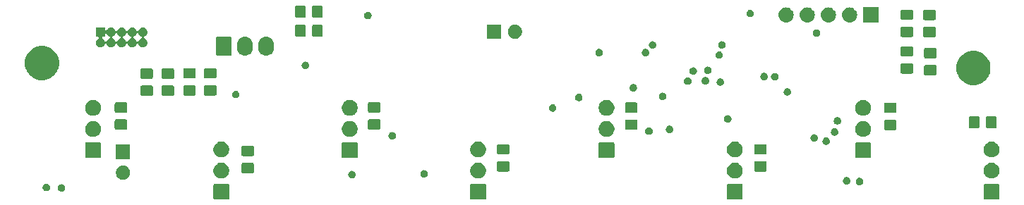
<source format=gbr>
G04 #@! TF.GenerationSoftware,KiCad,Pcbnew,(5.1.2)-2*
G04 #@! TF.CreationDate,2021-01-17T20:53:17+05:30*
G04 #@! TF.ProjectId,VendSensor,56656e64-5365-46e7-936f-722e6b696361,rev?*
G04 #@! TF.SameCoordinates,Original*
G04 #@! TF.FileFunction,Soldermask,Top*
G04 #@! TF.FilePolarity,Negative*
%FSLAX46Y46*%
G04 Gerber Fmt 4.6, Leading zero omitted, Abs format (unit mm)*
G04 Created by KiCad (PCBNEW (5.1.2)-2) date 2021-01-17 20:53:17*
%MOMM*%
%LPD*%
G04 APERTURE LIST*
%ADD10C,0.100000*%
G04 APERTURE END LIST*
D10*
G36*
X168610723Y-57552939D02*
G01*
X168643280Y-57562815D01*
X168673276Y-57578848D01*
X168699572Y-57600428D01*
X168721152Y-57626724D01*
X168737185Y-57656720D01*
X168747061Y-57689277D01*
X168751000Y-57729269D01*
X168751000Y-59270731D01*
X168747061Y-59310723D01*
X168737185Y-59343280D01*
X168721152Y-59373276D01*
X168699572Y-59399572D01*
X168673276Y-59421152D01*
X168643280Y-59437185D01*
X168610723Y-59447061D01*
X168570731Y-59451000D01*
X167029269Y-59451000D01*
X166989277Y-59447061D01*
X166956720Y-59437185D01*
X166926724Y-59421152D01*
X166900428Y-59399572D01*
X166878848Y-59373276D01*
X166862815Y-59343280D01*
X166852939Y-59310723D01*
X166849000Y-59270731D01*
X166849000Y-57729269D01*
X166852939Y-57689277D01*
X166862815Y-57656720D01*
X166878848Y-57626724D01*
X166900428Y-57600428D01*
X166926724Y-57578848D01*
X166956720Y-57562815D01*
X166989277Y-57552939D01*
X167029269Y-57549000D01*
X168570731Y-57549000D01*
X168610723Y-57552939D01*
X168610723Y-57552939D01*
G37*
G36*
X137810723Y-57552939D02*
G01*
X137843280Y-57562815D01*
X137873276Y-57578848D01*
X137899572Y-57600428D01*
X137921152Y-57626724D01*
X137937185Y-57656720D01*
X137947061Y-57689277D01*
X137951000Y-57729269D01*
X137951000Y-59270731D01*
X137947061Y-59310723D01*
X137937185Y-59343280D01*
X137921152Y-59373276D01*
X137899572Y-59399572D01*
X137873276Y-59421152D01*
X137843280Y-59437185D01*
X137810723Y-59447061D01*
X137770731Y-59451000D01*
X136229269Y-59451000D01*
X136189277Y-59447061D01*
X136156720Y-59437185D01*
X136126724Y-59421152D01*
X136100428Y-59399572D01*
X136078848Y-59373276D01*
X136062815Y-59343280D01*
X136052939Y-59310723D01*
X136049000Y-59270731D01*
X136049000Y-57729269D01*
X136052939Y-57689277D01*
X136062815Y-57656720D01*
X136078848Y-57626724D01*
X136100428Y-57600428D01*
X136126724Y-57578848D01*
X136156720Y-57562815D01*
X136189277Y-57552939D01*
X136229269Y-57549000D01*
X137770731Y-57549000D01*
X137810723Y-57552939D01*
X137810723Y-57552939D01*
G37*
G36*
X76210723Y-57552939D02*
G01*
X76243280Y-57562815D01*
X76273276Y-57578848D01*
X76299572Y-57600428D01*
X76321152Y-57626724D01*
X76337185Y-57656720D01*
X76347061Y-57689277D01*
X76351000Y-57729269D01*
X76351000Y-59270731D01*
X76347061Y-59310723D01*
X76337185Y-59343280D01*
X76321152Y-59373276D01*
X76299572Y-59399572D01*
X76273276Y-59421152D01*
X76243280Y-59437185D01*
X76210723Y-59447061D01*
X76170731Y-59451000D01*
X74629269Y-59451000D01*
X74589277Y-59447061D01*
X74556720Y-59437185D01*
X74526724Y-59421152D01*
X74500428Y-59399572D01*
X74478848Y-59373276D01*
X74462815Y-59343280D01*
X74452939Y-59310723D01*
X74449000Y-59270731D01*
X74449000Y-57729269D01*
X74452939Y-57689277D01*
X74462815Y-57656720D01*
X74478848Y-57626724D01*
X74500428Y-57600428D01*
X74526724Y-57578848D01*
X74556720Y-57562815D01*
X74589277Y-57552939D01*
X74629269Y-57549000D01*
X76170731Y-57549000D01*
X76210723Y-57552939D01*
X76210723Y-57552939D01*
G37*
G36*
X107010723Y-57552939D02*
G01*
X107043280Y-57562815D01*
X107073276Y-57578848D01*
X107099572Y-57600428D01*
X107121152Y-57626724D01*
X107137185Y-57656720D01*
X107147061Y-57689277D01*
X107151000Y-57729269D01*
X107151000Y-59270731D01*
X107147061Y-59310723D01*
X107137185Y-59343280D01*
X107121152Y-59373276D01*
X107099572Y-59399572D01*
X107073276Y-59421152D01*
X107043280Y-59437185D01*
X107010723Y-59447061D01*
X106970731Y-59451000D01*
X105429269Y-59451000D01*
X105389277Y-59447061D01*
X105356720Y-59437185D01*
X105326724Y-59421152D01*
X105300428Y-59399572D01*
X105278848Y-59373276D01*
X105262815Y-59343280D01*
X105252939Y-59310723D01*
X105249000Y-59270731D01*
X105249000Y-57729269D01*
X105252939Y-57689277D01*
X105262815Y-57656720D01*
X105278848Y-57626724D01*
X105300428Y-57600428D01*
X105326724Y-57578848D01*
X105356720Y-57562815D01*
X105389277Y-57552939D01*
X105429269Y-57549000D01*
X106970731Y-57549000D01*
X107010723Y-57552939D01*
X107010723Y-57552939D01*
G37*
G36*
X56351552Y-57596331D02*
G01*
X56424926Y-57626724D01*
X56433629Y-57630329D01*
X56462576Y-57649671D01*
X56507495Y-57679685D01*
X56570315Y-57742505D01*
X56619672Y-57816373D01*
X56653669Y-57898448D01*
X56671000Y-57985579D01*
X56671000Y-58074421D01*
X56653669Y-58161552D01*
X56644524Y-58183629D01*
X56619671Y-58243629D01*
X56570314Y-58317496D01*
X56507496Y-58380314D01*
X56433629Y-58429671D01*
X56433628Y-58429672D01*
X56433627Y-58429672D01*
X56351552Y-58463669D01*
X56264421Y-58481000D01*
X56175579Y-58481000D01*
X56088448Y-58463669D01*
X56006373Y-58429672D01*
X56006372Y-58429672D01*
X56006371Y-58429671D01*
X55932504Y-58380314D01*
X55869686Y-58317496D01*
X55820329Y-58243629D01*
X55795476Y-58183629D01*
X55786331Y-58161552D01*
X55769000Y-58074421D01*
X55769000Y-57985579D01*
X55786331Y-57898448D01*
X55820328Y-57816373D01*
X55869685Y-57742505D01*
X55932505Y-57679685D01*
X55977424Y-57649671D01*
X56006371Y-57630329D01*
X56015074Y-57626724D01*
X56088448Y-57596331D01*
X56175579Y-57579000D01*
X56264421Y-57579000D01*
X56351552Y-57596331D01*
X56351552Y-57596331D01*
G37*
G36*
X54531552Y-57536331D02*
G01*
X54613627Y-57570328D01*
X54613629Y-57570329D01*
X54626378Y-57578848D01*
X54687495Y-57619685D01*
X54750315Y-57682505D01*
X54799672Y-57756373D01*
X54833669Y-57838448D01*
X54851000Y-57925579D01*
X54851000Y-58014421D01*
X54833669Y-58101552D01*
X54799672Y-58183627D01*
X54799671Y-58183629D01*
X54750314Y-58257496D01*
X54687496Y-58320314D01*
X54613629Y-58369671D01*
X54613628Y-58369672D01*
X54613627Y-58369672D01*
X54531552Y-58403669D01*
X54444421Y-58421000D01*
X54355579Y-58421000D01*
X54268448Y-58403669D01*
X54186373Y-58369672D01*
X54186372Y-58369672D01*
X54186371Y-58369671D01*
X54112504Y-58320314D01*
X54049686Y-58257496D01*
X54000329Y-58183629D01*
X54000328Y-58183627D01*
X53966331Y-58101552D01*
X53949000Y-58014421D01*
X53949000Y-57925579D01*
X53966331Y-57838448D01*
X54000328Y-57756373D01*
X54049685Y-57682505D01*
X54112505Y-57619685D01*
X54173622Y-57578848D01*
X54186371Y-57570329D01*
X54186373Y-57570328D01*
X54268448Y-57536331D01*
X54355579Y-57519000D01*
X54444421Y-57519000D01*
X54531552Y-57536331D01*
X54531552Y-57536331D01*
G37*
G36*
X152091552Y-56816331D02*
G01*
X152173627Y-56850328D01*
X152173629Y-56850329D01*
X152193592Y-56863668D01*
X152247495Y-56899685D01*
X152310315Y-56962505D01*
X152359672Y-57036373D01*
X152393669Y-57118448D01*
X152411000Y-57205579D01*
X152411000Y-57294421D01*
X152393669Y-57381552D01*
X152359672Y-57463627D01*
X152310315Y-57537495D01*
X152247495Y-57600315D01*
X152218506Y-57619685D01*
X152173629Y-57649671D01*
X152173628Y-57649672D01*
X152173627Y-57649672D01*
X152091552Y-57683669D01*
X152004421Y-57701000D01*
X151915579Y-57701000D01*
X151828448Y-57683669D01*
X151746373Y-57649672D01*
X151746372Y-57649672D01*
X151746371Y-57649671D01*
X151701494Y-57619685D01*
X151672505Y-57600315D01*
X151609685Y-57537495D01*
X151560328Y-57463627D01*
X151526331Y-57381552D01*
X151509000Y-57294421D01*
X151509000Y-57205579D01*
X151526331Y-57118448D01*
X151560328Y-57036373D01*
X151609685Y-56962505D01*
X151672505Y-56899685D01*
X151726408Y-56863668D01*
X151746371Y-56850329D01*
X151746373Y-56850328D01*
X151828448Y-56816331D01*
X151915579Y-56799000D01*
X152004421Y-56799000D01*
X152091552Y-56816331D01*
X152091552Y-56816331D01*
G37*
G36*
X150551552Y-56726331D02*
G01*
X150633627Y-56760328D01*
X150633629Y-56760329D01*
X150653592Y-56773668D01*
X150707495Y-56809685D01*
X150770315Y-56872505D01*
X150819672Y-56946373D01*
X150853669Y-57028448D01*
X150871000Y-57115579D01*
X150871000Y-57204421D01*
X150853669Y-57291552D01*
X150819672Y-57373627D01*
X150819671Y-57373629D01*
X150770314Y-57447496D01*
X150707496Y-57510314D01*
X150633629Y-57559671D01*
X150633628Y-57559672D01*
X150633627Y-57559672D01*
X150551552Y-57593669D01*
X150464421Y-57611000D01*
X150375579Y-57611000D01*
X150288448Y-57593669D01*
X150206373Y-57559672D01*
X150206372Y-57559672D01*
X150206371Y-57559671D01*
X150132504Y-57510314D01*
X150069686Y-57447496D01*
X150020329Y-57373629D01*
X150020328Y-57373627D01*
X149986331Y-57291552D01*
X149969000Y-57204421D01*
X149969000Y-57115579D01*
X149986331Y-57028448D01*
X150020328Y-56946373D01*
X150069685Y-56872505D01*
X150132505Y-56809685D01*
X150186408Y-56773668D01*
X150206371Y-56760329D01*
X150206373Y-56760328D01*
X150288448Y-56726331D01*
X150375579Y-56709000D01*
X150464421Y-56709000D01*
X150551552Y-56726331D01*
X150551552Y-56726331D01*
G37*
G36*
X63848228Y-55381703D02*
G01*
X64003100Y-55445853D01*
X64142481Y-55538985D01*
X64261015Y-55657519D01*
X64354147Y-55796900D01*
X64418297Y-55951772D01*
X64451000Y-56116184D01*
X64451000Y-56283816D01*
X64418297Y-56448228D01*
X64354147Y-56603100D01*
X64261015Y-56742481D01*
X64142481Y-56861015D01*
X64003100Y-56954147D01*
X63848228Y-57018297D01*
X63683816Y-57051000D01*
X63516184Y-57051000D01*
X63351772Y-57018297D01*
X63196900Y-56954147D01*
X63057519Y-56861015D01*
X62938985Y-56742481D01*
X62845853Y-56603100D01*
X62781703Y-56448228D01*
X62749000Y-56283816D01*
X62749000Y-56116184D01*
X62781703Y-55951772D01*
X62845853Y-55796900D01*
X62938985Y-55657519D01*
X63057519Y-55538985D01*
X63196900Y-55445853D01*
X63351772Y-55381703D01*
X63516184Y-55349000D01*
X63683816Y-55349000D01*
X63848228Y-55381703D01*
X63848228Y-55381703D01*
G37*
G36*
X106477395Y-55045546D02*
G01*
X106650466Y-55117234D01*
X106682492Y-55138633D01*
X106806227Y-55221310D01*
X106938690Y-55353773D01*
X106938691Y-55353775D01*
X107042766Y-55509534D01*
X107114454Y-55682605D01*
X107151000Y-55866333D01*
X107151000Y-56053667D01*
X107114454Y-56237395D01*
X107042766Y-56410466D01*
X107001950Y-56471552D01*
X106938690Y-56566227D01*
X106806227Y-56698690D01*
X106744894Y-56739671D01*
X106650466Y-56802766D01*
X106477395Y-56874454D01*
X106293667Y-56911000D01*
X106106333Y-56911000D01*
X105922605Y-56874454D01*
X105749534Y-56802766D01*
X105655106Y-56739671D01*
X105593773Y-56698690D01*
X105461310Y-56566227D01*
X105398050Y-56471552D01*
X105357234Y-56410466D01*
X105285546Y-56237395D01*
X105249000Y-56053667D01*
X105249000Y-55866333D01*
X105285546Y-55682605D01*
X105357234Y-55509534D01*
X105461309Y-55353775D01*
X105461310Y-55353773D01*
X105593773Y-55221310D01*
X105717508Y-55138633D01*
X105749534Y-55117234D01*
X105922605Y-55045546D01*
X106106333Y-55009000D01*
X106293667Y-55009000D01*
X106477395Y-55045546D01*
X106477395Y-55045546D01*
G37*
G36*
X75677395Y-55045546D02*
G01*
X75850466Y-55117234D01*
X75882492Y-55138633D01*
X76006227Y-55221310D01*
X76138690Y-55353773D01*
X76138691Y-55353775D01*
X76242766Y-55509534D01*
X76314454Y-55682605D01*
X76351000Y-55866333D01*
X76351000Y-56053667D01*
X76314454Y-56237395D01*
X76242766Y-56410466D01*
X76201950Y-56471552D01*
X76138690Y-56566227D01*
X76006227Y-56698690D01*
X75944894Y-56739671D01*
X75850466Y-56802766D01*
X75677395Y-56874454D01*
X75493667Y-56911000D01*
X75306333Y-56911000D01*
X75122605Y-56874454D01*
X74949534Y-56802766D01*
X74855106Y-56739671D01*
X74793773Y-56698690D01*
X74661310Y-56566227D01*
X74598050Y-56471552D01*
X74557234Y-56410466D01*
X74485546Y-56237395D01*
X74449000Y-56053667D01*
X74449000Y-55866333D01*
X74485546Y-55682605D01*
X74557234Y-55509534D01*
X74661309Y-55353775D01*
X74661310Y-55353773D01*
X74793773Y-55221310D01*
X74917508Y-55138633D01*
X74949534Y-55117234D01*
X75122605Y-55045546D01*
X75306333Y-55009000D01*
X75493667Y-55009000D01*
X75677395Y-55045546D01*
X75677395Y-55045546D01*
G37*
G36*
X137277395Y-55045546D02*
G01*
X137450466Y-55117234D01*
X137482492Y-55138633D01*
X137606227Y-55221310D01*
X137738690Y-55353773D01*
X137738691Y-55353775D01*
X137842766Y-55509534D01*
X137914454Y-55682605D01*
X137951000Y-55866333D01*
X137951000Y-56053667D01*
X137914454Y-56237395D01*
X137842766Y-56410466D01*
X137801950Y-56471552D01*
X137738690Y-56566227D01*
X137606227Y-56698690D01*
X137544894Y-56739671D01*
X137450466Y-56802766D01*
X137277395Y-56874454D01*
X137093667Y-56911000D01*
X136906333Y-56911000D01*
X136722605Y-56874454D01*
X136549534Y-56802766D01*
X136455106Y-56739671D01*
X136393773Y-56698690D01*
X136261310Y-56566227D01*
X136198050Y-56471552D01*
X136157234Y-56410466D01*
X136085546Y-56237395D01*
X136049000Y-56053667D01*
X136049000Y-55866333D01*
X136085546Y-55682605D01*
X136157234Y-55509534D01*
X136261309Y-55353775D01*
X136261310Y-55353773D01*
X136393773Y-55221310D01*
X136517508Y-55138633D01*
X136549534Y-55117234D01*
X136722605Y-55045546D01*
X136906333Y-55009000D01*
X137093667Y-55009000D01*
X137277395Y-55045546D01*
X137277395Y-55045546D01*
G37*
G36*
X168077395Y-55045546D02*
G01*
X168250466Y-55117234D01*
X168282492Y-55138633D01*
X168406227Y-55221310D01*
X168538690Y-55353773D01*
X168538691Y-55353775D01*
X168642766Y-55509534D01*
X168714454Y-55682605D01*
X168751000Y-55866333D01*
X168751000Y-56053667D01*
X168714454Y-56237395D01*
X168642766Y-56410466D01*
X168601950Y-56471552D01*
X168538690Y-56566227D01*
X168406227Y-56698690D01*
X168344894Y-56739671D01*
X168250466Y-56802766D01*
X168077395Y-56874454D01*
X167893667Y-56911000D01*
X167706333Y-56911000D01*
X167522605Y-56874454D01*
X167349534Y-56802766D01*
X167255106Y-56739671D01*
X167193773Y-56698690D01*
X167061310Y-56566227D01*
X166998050Y-56471552D01*
X166957234Y-56410466D01*
X166885546Y-56237395D01*
X166849000Y-56053667D01*
X166849000Y-55866333D01*
X166885546Y-55682605D01*
X166957234Y-55509534D01*
X167061309Y-55353775D01*
X167061310Y-55353773D01*
X167193773Y-55221310D01*
X167317508Y-55138633D01*
X167349534Y-55117234D01*
X167522605Y-55045546D01*
X167706333Y-55009000D01*
X167893667Y-55009000D01*
X168077395Y-55045546D01*
X168077395Y-55045546D01*
G37*
G36*
X91201552Y-55996331D02*
G01*
X91262430Y-56021548D01*
X91283629Y-56030329D01*
X91292915Y-56036534D01*
X91357495Y-56079685D01*
X91420315Y-56142505D01*
X91469672Y-56216373D01*
X91503669Y-56298448D01*
X91521000Y-56385579D01*
X91521000Y-56474421D01*
X91503669Y-56561552D01*
X91469672Y-56643627D01*
X91420315Y-56717495D01*
X91357495Y-56780315D01*
X91329531Y-56799000D01*
X91283629Y-56829671D01*
X91283628Y-56829672D01*
X91283627Y-56829672D01*
X91201552Y-56863669D01*
X91114421Y-56881000D01*
X91025579Y-56881000D01*
X90938448Y-56863669D01*
X90856373Y-56829672D01*
X90856372Y-56829672D01*
X90856371Y-56829671D01*
X90810469Y-56799000D01*
X90782505Y-56780315D01*
X90719685Y-56717495D01*
X90670328Y-56643627D01*
X90636331Y-56561552D01*
X90619000Y-56474421D01*
X90619000Y-56385579D01*
X90636331Y-56298448D01*
X90670328Y-56216373D01*
X90719685Y-56142505D01*
X90782505Y-56079685D01*
X90847085Y-56036534D01*
X90856371Y-56030329D01*
X90877570Y-56021548D01*
X90938448Y-55996331D01*
X91025579Y-55979000D01*
X91114421Y-55979000D01*
X91201552Y-55996331D01*
X91201552Y-55996331D01*
G37*
G36*
X99851552Y-55906331D02*
G01*
X99933627Y-55940328D01*
X99933629Y-55940329D01*
X99942665Y-55946367D01*
X100007495Y-55989685D01*
X100070315Y-56052505D01*
X100119672Y-56126373D01*
X100153669Y-56208448D01*
X100171000Y-56295579D01*
X100171000Y-56384421D01*
X100153669Y-56471552D01*
X100119672Y-56553627D01*
X100119671Y-56553629D01*
X100070314Y-56627496D01*
X100007496Y-56690314D01*
X99933629Y-56739671D01*
X99933628Y-56739672D01*
X99933627Y-56739672D01*
X99851552Y-56773669D01*
X99764421Y-56791000D01*
X99675579Y-56791000D01*
X99588448Y-56773669D01*
X99506373Y-56739672D01*
X99506372Y-56739672D01*
X99506371Y-56739671D01*
X99432504Y-56690314D01*
X99369686Y-56627496D01*
X99320329Y-56553629D01*
X99320328Y-56553627D01*
X99286331Y-56471552D01*
X99269000Y-56384421D01*
X99269000Y-56295579D01*
X99286331Y-56208448D01*
X99320328Y-56126373D01*
X99369685Y-56052505D01*
X99432505Y-55989685D01*
X99497335Y-55946367D01*
X99506371Y-55940329D01*
X99506373Y-55940328D01*
X99588448Y-55906331D01*
X99675579Y-55889000D01*
X99764421Y-55889000D01*
X99851552Y-55906331D01*
X99851552Y-55906331D01*
G37*
G36*
X79148674Y-55018465D02*
G01*
X79186367Y-55029899D01*
X79221103Y-55048466D01*
X79251548Y-55073452D01*
X79276534Y-55103897D01*
X79295101Y-55138633D01*
X79306535Y-55176326D01*
X79311000Y-55221661D01*
X79311000Y-56058339D01*
X79306535Y-56103674D01*
X79295101Y-56141367D01*
X79276534Y-56176103D01*
X79251548Y-56206548D01*
X79221103Y-56231534D01*
X79186367Y-56250101D01*
X79148674Y-56261535D01*
X79103339Y-56266000D01*
X78016661Y-56266000D01*
X77971326Y-56261535D01*
X77933633Y-56250101D01*
X77898897Y-56231534D01*
X77868452Y-56206548D01*
X77843466Y-56176103D01*
X77824899Y-56141367D01*
X77813465Y-56103674D01*
X77809000Y-56058339D01*
X77809000Y-55221661D01*
X77813465Y-55176326D01*
X77824899Y-55138633D01*
X77843466Y-55103897D01*
X77868452Y-55073452D01*
X77898897Y-55048466D01*
X77933633Y-55029899D01*
X77971326Y-55018465D01*
X78016661Y-55014000D01*
X79103339Y-55014000D01*
X79148674Y-55018465D01*
X79148674Y-55018465D01*
G37*
G36*
X109798674Y-54833465D02*
G01*
X109836367Y-54844899D01*
X109871103Y-54863466D01*
X109901548Y-54888452D01*
X109926534Y-54918897D01*
X109945101Y-54953633D01*
X109956535Y-54991326D01*
X109961000Y-55036661D01*
X109961000Y-55873339D01*
X109956535Y-55918674D01*
X109945101Y-55956367D01*
X109926534Y-55991103D01*
X109901548Y-56021548D01*
X109871103Y-56046534D01*
X109836367Y-56065101D01*
X109798674Y-56076535D01*
X109753339Y-56081000D01*
X108666661Y-56081000D01*
X108621326Y-56076535D01*
X108583633Y-56065101D01*
X108548897Y-56046534D01*
X108518452Y-56021548D01*
X108493466Y-55991103D01*
X108474899Y-55956367D01*
X108463465Y-55918674D01*
X108459000Y-55873339D01*
X108459000Y-55036661D01*
X108463465Y-54991326D01*
X108474899Y-54953633D01*
X108493466Y-54918897D01*
X108518452Y-54888452D01*
X108548897Y-54863466D01*
X108583633Y-54844899D01*
X108621326Y-54833465D01*
X108666661Y-54829000D01*
X109753339Y-54829000D01*
X109798674Y-54833465D01*
X109798674Y-54833465D01*
G37*
G36*
X140658674Y-54823465D02*
G01*
X140696367Y-54834899D01*
X140731103Y-54853466D01*
X140761548Y-54878452D01*
X140786534Y-54908897D01*
X140805101Y-54943633D01*
X140816535Y-54981326D01*
X140821000Y-55026661D01*
X140821000Y-55863339D01*
X140816535Y-55908674D01*
X140805101Y-55946367D01*
X140786534Y-55981103D01*
X140761548Y-56011548D01*
X140731103Y-56036534D01*
X140696367Y-56055101D01*
X140658674Y-56066535D01*
X140613339Y-56071000D01*
X139526661Y-56071000D01*
X139481326Y-56066535D01*
X139443633Y-56055101D01*
X139408897Y-56036534D01*
X139378452Y-56011548D01*
X139353466Y-55981103D01*
X139334899Y-55946367D01*
X139323465Y-55908674D01*
X139319000Y-55863339D01*
X139319000Y-55026661D01*
X139323465Y-54981326D01*
X139334899Y-54943633D01*
X139353466Y-54908897D01*
X139378452Y-54878452D01*
X139408897Y-54853466D01*
X139443633Y-54834899D01*
X139481326Y-54823465D01*
X139526661Y-54819000D01*
X140613339Y-54819000D01*
X140658674Y-54823465D01*
X140658674Y-54823465D01*
G37*
G36*
X64451000Y-54551000D02*
G01*
X62749000Y-54551000D01*
X62749000Y-52849000D01*
X64451000Y-52849000D01*
X64451000Y-54551000D01*
X64451000Y-54551000D01*
G37*
G36*
X153210723Y-52552939D02*
G01*
X153243280Y-52562815D01*
X153273276Y-52578848D01*
X153299572Y-52600428D01*
X153321152Y-52626724D01*
X153337185Y-52656720D01*
X153347061Y-52689277D01*
X153351000Y-52729269D01*
X153351000Y-54270731D01*
X153347061Y-54310723D01*
X153337185Y-54343280D01*
X153321152Y-54373276D01*
X153299572Y-54399572D01*
X153273276Y-54421152D01*
X153243280Y-54437185D01*
X153210723Y-54447061D01*
X153170731Y-54451000D01*
X151629269Y-54451000D01*
X151589277Y-54447061D01*
X151556720Y-54437185D01*
X151526724Y-54421152D01*
X151500428Y-54399572D01*
X151478848Y-54373276D01*
X151462815Y-54343280D01*
X151452939Y-54310723D01*
X151449000Y-54270731D01*
X151449000Y-52729269D01*
X151452939Y-52689277D01*
X151462815Y-52656720D01*
X151478848Y-52626724D01*
X151500428Y-52600428D01*
X151526724Y-52578848D01*
X151556720Y-52562815D01*
X151589277Y-52552939D01*
X151629269Y-52549000D01*
X153170731Y-52549000D01*
X153210723Y-52552939D01*
X153210723Y-52552939D01*
G37*
G36*
X60810723Y-52552939D02*
G01*
X60843280Y-52562815D01*
X60873276Y-52578848D01*
X60899572Y-52600428D01*
X60921152Y-52626724D01*
X60937185Y-52656720D01*
X60947061Y-52689277D01*
X60951000Y-52729269D01*
X60951000Y-54270731D01*
X60947061Y-54310723D01*
X60937185Y-54343280D01*
X60921152Y-54373276D01*
X60899572Y-54399572D01*
X60873276Y-54421152D01*
X60843280Y-54437185D01*
X60810723Y-54447061D01*
X60770731Y-54451000D01*
X59229269Y-54451000D01*
X59189277Y-54447061D01*
X59156720Y-54437185D01*
X59126724Y-54421152D01*
X59100428Y-54399572D01*
X59078848Y-54373276D01*
X59062815Y-54343280D01*
X59052939Y-54310723D01*
X59049000Y-54270731D01*
X59049000Y-52729269D01*
X59052939Y-52689277D01*
X59062815Y-52656720D01*
X59078848Y-52626724D01*
X59100428Y-52600428D01*
X59126724Y-52578848D01*
X59156720Y-52562815D01*
X59189277Y-52552939D01*
X59229269Y-52549000D01*
X60770731Y-52549000D01*
X60810723Y-52552939D01*
X60810723Y-52552939D01*
G37*
G36*
X91610723Y-52552939D02*
G01*
X91643280Y-52562815D01*
X91673276Y-52578848D01*
X91699572Y-52600428D01*
X91721152Y-52626724D01*
X91737185Y-52656720D01*
X91747061Y-52689277D01*
X91751000Y-52729269D01*
X91751000Y-54270731D01*
X91747061Y-54310723D01*
X91737185Y-54343280D01*
X91721152Y-54373276D01*
X91699572Y-54399572D01*
X91673276Y-54421152D01*
X91643280Y-54437185D01*
X91610723Y-54447061D01*
X91570731Y-54451000D01*
X90029269Y-54451000D01*
X89989277Y-54447061D01*
X89956720Y-54437185D01*
X89926724Y-54421152D01*
X89900428Y-54399572D01*
X89878848Y-54373276D01*
X89862815Y-54343280D01*
X89852939Y-54310723D01*
X89849000Y-54270731D01*
X89849000Y-52729269D01*
X89852939Y-52689277D01*
X89862815Y-52656720D01*
X89878848Y-52626724D01*
X89900428Y-52600428D01*
X89926724Y-52578848D01*
X89956720Y-52562815D01*
X89989277Y-52552939D01*
X90029269Y-52549000D01*
X91570731Y-52549000D01*
X91610723Y-52552939D01*
X91610723Y-52552939D01*
G37*
G36*
X122410723Y-52552939D02*
G01*
X122443280Y-52562815D01*
X122473276Y-52578848D01*
X122499572Y-52600428D01*
X122521152Y-52626724D01*
X122537185Y-52656720D01*
X122547061Y-52689277D01*
X122551000Y-52729269D01*
X122551000Y-54270731D01*
X122547061Y-54310723D01*
X122537185Y-54343280D01*
X122521152Y-54373276D01*
X122499572Y-54399572D01*
X122473276Y-54421152D01*
X122443280Y-54437185D01*
X122410723Y-54447061D01*
X122370731Y-54451000D01*
X120829269Y-54451000D01*
X120789277Y-54447061D01*
X120756720Y-54437185D01*
X120726724Y-54421152D01*
X120700428Y-54399572D01*
X120678848Y-54373276D01*
X120662815Y-54343280D01*
X120652939Y-54310723D01*
X120649000Y-54270731D01*
X120649000Y-52729269D01*
X120652939Y-52689277D01*
X120662815Y-52656720D01*
X120678848Y-52626724D01*
X120700428Y-52600428D01*
X120726724Y-52578848D01*
X120756720Y-52562815D01*
X120789277Y-52552939D01*
X120829269Y-52549000D01*
X122370731Y-52549000D01*
X122410723Y-52552939D01*
X122410723Y-52552939D01*
G37*
G36*
X137277395Y-52505546D02*
G01*
X137450466Y-52577234D01*
X137485178Y-52600428D01*
X137606227Y-52681310D01*
X137738690Y-52813773D01*
X137789598Y-52889962D01*
X137842766Y-52969534D01*
X137914454Y-53142605D01*
X137951000Y-53326333D01*
X137951000Y-53513667D01*
X137914454Y-53697395D01*
X137842766Y-53870466D01*
X137818778Y-53906367D01*
X137738690Y-54026227D01*
X137606227Y-54158690D01*
X137551463Y-54195282D01*
X137450466Y-54262766D01*
X137277395Y-54334454D01*
X137093667Y-54371000D01*
X136906333Y-54371000D01*
X136722605Y-54334454D01*
X136549534Y-54262766D01*
X136448537Y-54195282D01*
X136393773Y-54158690D01*
X136261310Y-54026227D01*
X136181222Y-53906367D01*
X136157234Y-53870466D01*
X136085546Y-53697395D01*
X136049000Y-53513667D01*
X136049000Y-53326333D01*
X136085546Y-53142605D01*
X136157234Y-52969534D01*
X136210402Y-52889962D01*
X136261310Y-52813773D01*
X136393773Y-52681310D01*
X136514822Y-52600428D01*
X136549534Y-52577234D01*
X136722605Y-52505546D01*
X136906333Y-52469000D01*
X137093667Y-52469000D01*
X137277395Y-52505546D01*
X137277395Y-52505546D01*
G37*
G36*
X75677395Y-52505546D02*
G01*
X75850466Y-52577234D01*
X75885178Y-52600428D01*
X76006227Y-52681310D01*
X76138690Y-52813773D01*
X76189598Y-52889962D01*
X76242766Y-52969534D01*
X76314454Y-53142605D01*
X76351000Y-53326333D01*
X76351000Y-53513667D01*
X76314454Y-53697395D01*
X76242766Y-53870466D01*
X76218778Y-53906367D01*
X76138690Y-54026227D01*
X76006227Y-54158690D01*
X75951463Y-54195282D01*
X75850466Y-54262766D01*
X75677395Y-54334454D01*
X75493667Y-54371000D01*
X75306333Y-54371000D01*
X75122605Y-54334454D01*
X74949534Y-54262766D01*
X74848537Y-54195282D01*
X74793773Y-54158690D01*
X74661310Y-54026227D01*
X74581222Y-53906367D01*
X74557234Y-53870466D01*
X74485546Y-53697395D01*
X74449000Y-53513667D01*
X74449000Y-53326333D01*
X74485546Y-53142605D01*
X74557234Y-52969534D01*
X74610402Y-52889962D01*
X74661310Y-52813773D01*
X74793773Y-52681310D01*
X74914822Y-52600428D01*
X74949534Y-52577234D01*
X75122605Y-52505546D01*
X75306333Y-52469000D01*
X75493667Y-52469000D01*
X75677395Y-52505546D01*
X75677395Y-52505546D01*
G37*
G36*
X106477395Y-52505546D02*
G01*
X106650466Y-52577234D01*
X106685178Y-52600428D01*
X106806227Y-52681310D01*
X106938690Y-52813773D01*
X106989598Y-52889962D01*
X107042766Y-52969534D01*
X107114454Y-53142605D01*
X107151000Y-53326333D01*
X107151000Y-53513667D01*
X107114454Y-53697395D01*
X107042766Y-53870466D01*
X107018778Y-53906367D01*
X106938690Y-54026227D01*
X106806227Y-54158690D01*
X106751463Y-54195282D01*
X106650466Y-54262766D01*
X106477395Y-54334454D01*
X106293667Y-54371000D01*
X106106333Y-54371000D01*
X105922605Y-54334454D01*
X105749534Y-54262766D01*
X105648537Y-54195282D01*
X105593773Y-54158690D01*
X105461310Y-54026227D01*
X105381222Y-53906367D01*
X105357234Y-53870466D01*
X105285546Y-53697395D01*
X105249000Y-53513667D01*
X105249000Y-53326333D01*
X105285546Y-53142605D01*
X105357234Y-52969534D01*
X105410402Y-52889962D01*
X105461310Y-52813773D01*
X105593773Y-52681310D01*
X105714822Y-52600428D01*
X105749534Y-52577234D01*
X105922605Y-52505546D01*
X106106333Y-52469000D01*
X106293667Y-52469000D01*
X106477395Y-52505546D01*
X106477395Y-52505546D01*
G37*
G36*
X168077395Y-52505546D02*
G01*
X168250466Y-52577234D01*
X168285178Y-52600428D01*
X168406227Y-52681310D01*
X168538690Y-52813773D01*
X168589598Y-52889962D01*
X168642766Y-52969534D01*
X168714454Y-53142605D01*
X168751000Y-53326333D01*
X168751000Y-53513667D01*
X168714454Y-53697395D01*
X168642766Y-53870466D01*
X168618778Y-53906367D01*
X168538690Y-54026227D01*
X168406227Y-54158690D01*
X168351463Y-54195282D01*
X168250466Y-54262766D01*
X168077395Y-54334454D01*
X167893667Y-54371000D01*
X167706333Y-54371000D01*
X167522605Y-54334454D01*
X167349534Y-54262766D01*
X167248537Y-54195282D01*
X167193773Y-54158690D01*
X167061310Y-54026227D01*
X166981222Y-53906367D01*
X166957234Y-53870466D01*
X166885546Y-53697395D01*
X166849000Y-53513667D01*
X166849000Y-53326333D01*
X166885546Y-53142605D01*
X166957234Y-52969534D01*
X167010402Y-52889962D01*
X167061310Y-52813773D01*
X167193773Y-52681310D01*
X167314822Y-52600428D01*
X167349534Y-52577234D01*
X167522605Y-52505546D01*
X167706333Y-52469000D01*
X167893667Y-52469000D01*
X168077395Y-52505546D01*
X168077395Y-52505546D01*
G37*
G36*
X79148674Y-52968465D02*
G01*
X79186367Y-52979899D01*
X79221103Y-52998466D01*
X79251548Y-53023452D01*
X79276534Y-53053897D01*
X79295101Y-53088633D01*
X79306535Y-53126326D01*
X79311000Y-53171661D01*
X79311000Y-54008339D01*
X79306535Y-54053674D01*
X79295101Y-54091367D01*
X79276534Y-54126103D01*
X79251548Y-54156548D01*
X79221103Y-54181534D01*
X79186367Y-54200101D01*
X79148674Y-54211535D01*
X79103339Y-54216000D01*
X78016661Y-54216000D01*
X77971326Y-54211535D01*
X77933633Y-54200101D01*
X77898897Y-54181534D01*
X77868452Y-54156548D01*
X77843466Y-54126103D01*
X77824899Y-54091367D01*
X77813465Y-54053674D01*
X77809000Y-54008339D01*
X77809000Y-53171661D01*
X77813465Y-53126326D01*
X77824899Y-53088633D01*
X77843466Y-53053897D01*
X77868452Y-53023452D01*
X77898897Y-52998466D01*
X77933633Y-52979899D01*
X77971326Y-52968465D01*
X78016661Y-52964000D01*
X79103339Y-52964000D01*
X79148674Y-52968465D01*
X79148674Y-52968465D01*
G37*
G36*
X109798674Y-52783465D02*
G01*
X109836367Y-52794899D01*
X109871103Y-52813466D01*
X109901548Y-52838452D01*
X109926534Y-52868897D01*
X109945101Y-52903633D01*
X109956535Y-52941326D01*
X109961000Y-52986661D01*
X109961000Y-53823339D01*
X109956535Y-53868674D01*
X109945101Y-53906367D01*
X109926534Y-53941103D01*
X109901548Y-53971548D01*
X109871103Y-53996534D01*
X109836367Y-54015101D01*
X109798674Y-54026535D01*
X109753339Y-54031000D01*
X108666661Y-54031000D01*
X108621326Y-54026535D01*
X108583633Y-54015101D01*
X108548897Y-53996534D01*
X108518452Y-53971548D01*
X108493466Y-53941103D01*
X108474899Y-53906367D01*
X108463465Y-53868674D01*
X108459000Y-53823339D01*
X108459000Y-52986661D01*
X108463465Y-52941326D01*
X108474899Y-52903633D01*
X108493466Y-52868897D01*
X108518452Y-52838452D01*
X108548897Y-52813466D01*
X108583633Y-52794899D01*
X108621326Y-52783465D01*
X108666661Y-52779000D01*
X109753339Y-52779000D01*
X109798674Y-52783465D01*
X109798674Y-52783465D01*
G37*
G36*
X140658674Y-52773465D02*
G01*
X140696367Y-52784899D01*
X140731103Y-52803466D01*
X140761548Y-52828452D01*
X140786534Y-52858897D01*
X140805101Y-52893633D01*
X140816535Y-52931326D01*
X140821000Y-52976661D01*
X140821000Y-53813339D01*
X140816535Y-53858674D01*
X140805101Y-53896367D01*
X140786534Y-53931103D01*
X140761548Y-53961548D01*
X140731103Y-53986534D01*
X140696367Y-54005101D01*
X140658674Y-54016535D01*
X140613339Y-54021000D01*
X139526661Y-54021000D01*
X139481326Y-54016535D01*
X139443633Y-54005101D01*
X139408897Y-53986534D01*
X139378452Y-53961548D01*
X139353466Y-53931103D01*
X139334899Y-53896367D01*
X139323465Y-53858674D01*
X139319000Y-53813339D01*
X139319000Y-52976661D01*
X139323465Y-52931326D01*
X139334899Y-52893633D01*
X139353466Y-52858897D01*
X139378452Y-52828452D01*
X139408897Y-52803466D01*
X139443633Y-52784899D01*
X139481326Y-52773465D01*
X139526661Y-52769000D01*
X140613339Y-52769000D01*
X140658674Y-52773465D01*
X140658674Y-52773465D01*
G37*
G36*
X148091552Y-51966331D02*
G01*
X148173627Y-52000328D01*
X148173629Y-52000329D01*
X148210813Y-52025175D01*
X148247495Y-52049685D01*
X148310315Y-52112505D01*
X148359672Y-52186373D01*
X148393669Y-52268448D01*
X148411000Y-52355579D01*
X148411000Y-52444421D01*
X148393669Y-52531552D01*
X148359672Y-52613627D01*
X148314448Y-52681310D01*
X148310314Y-52687496D01*
X148247496Y-52750314D01*
X148173629Y-52799671D01*
X148173628Y-52799672D01*
X148173627Y-52799672D01*
X148091552Y-52833669D01*
X148004421Y-52851000D01*
X147915579Y-52851000D01*
X147828448Y-52833669D01*
X147746373Y-52799672D01*
X147746372Y-52799672D01*
X147746371Y-52799671D01*
X147672504Y-52750314D01*
X147609686Y-52687496D01*
X147605553Y-52681310D01*
X147560328Y-52613627D01*
X147526331Y-52531552D01*
X147509000Y-52444421D01*
X147509000Y-52355579D01*
X147526331Y-52268448D01*
X147560328Y-52186373D01*
X147609685Y-52112505D01*
X147672505Y-52049685D01*
X147709187Y-52025175D01*
X147746371Y-52000329D01*
X147746373Y-52000328D01*
X147828448Y-51966331D01*
X147915579Y-51949000D01*
X148004421Y-51949000D01*
X148091552Y-51966331D01*
X148091552Y-51966331D01*
G37*
G36*
X146651552Y-51586331D02*
G01*
X146733627Y-51620328D01*
X146733629Y-51620329D01*
X146753592Y-51633668D01*
X146807495Y-51669685D01*
X146870315Y-51732505D01*
X146882673Y-51751000D01*
X146917262Y-51802765D01*
X146919672Y-51806373D01*
X146953669Y-51888448D01*
X146971000Y-51975579D01*
X146971000Y-52064421D01*
X146953669Y-52151552D01*
X146919672Y-52233627D01*
X146919671Y-52233629D01*
X146870314Y-52307496D01*
X146807496Y-52370314D01*
X146733629Y-52419671D01*
X146733628Y-52419672D01*
X146733627Y-52419672D01*
X146651552Y-52453669D01*
X146564421Y-52471000D01*
X146475579Y-52471000D01*
X146388448Y-52453669D01*
X146306373Y-52419672D01*
X146306372Y-52419672D01*
X146306371Y-52419671D01*
X146232504Y-52370314D01*
X146169686Y-52307496D01*
X146120329Y-52233629D01*
X146120328Y-52233627D01*
X146086331Y-52151552D01*
X146069000Y-52064421D01*
X146069000Y-51975579D01*
X146086331Y-51888448D01*
X146120328Y-51806373D01*
X146122739Y-51802765D01*
X146157327Y-51751000D01*
X146169685Y-51732505D01*
X146232505Y-51669685D01*
X146286408Y-51633668D01*
X146306371Y-51620329D01*
X146306373Y-51620328D01*
X146388448Y-51586331D01*
X146475579Y-51569000D01*
X146564421Y-51569000D01*
X146651552Y-51586331D01*
X146651552Y-51586331D01*
G37*
G36*
X96031552Y-51326331D02*
G01*
X96113627Y-51360328D01*
X96113629Y-51360329D01*
X96150059Y-51384671D01*
X96187495Y-51409685D01*
X96250315Y-51472505D01*
X96299672Y-51546373D01*
X96333669Y-51628448D01*
X96351000Y-51715579D01*
X96351000Y-51804421D01*
X96333669Y-51891552D01*
X96299672Y-51973627D01*
X96250315Y-52047495D01*
X96187495Y-52110315D01*
X96184217Y-52112505D01*
X96113629Y-52159671D01*
X96113628Y-52159672D01*
X96113627Y-52159672D01*
X96031552Y-52193669D01*
X95944421Y-52211000D01*
X95855579Y-52211000D01*
X95768448Y-52193669D01*
X95686373Y-52159672D01*
X95686372Y-52159672D01*
X95686371Y-52159671D01*
X95615783Y-52112505D01*
X95612505Y-52110315D01*
X95549685Y-52047495D01*
X95500328Y-51973627D01*
X95466331Y-51891552D01*
X95449000Y-51804421D01*
X95449000Y-51715579D01*
X95466331Y-51628448D01*
X95500328Y-51546373D01*
X95549685Y-51472505D01*
X95612505Y-51409685D01*
X95649941Y-51384671D01*
X95686371Y-51360329D01*
X95686373Y-51360328D01*
X95768448Y-51326331D01*
X95855579Y-51309000D01*
X95944421Y-51309000D01*
X96031552Y-51326331D01*
X96031552Y-51326331D01*
G37*
G36*
X60277395Y-50045546D02*
G01*
X60450466Y-50117234D01*
X60450467Y-50117235D01*
X60606227Y-50221310D01*
X60738690Y-50353773D01*
X60776928Y-50411000D01*
X60842766Y-50509534D01*
X60914454Y-50682605D01*
X60951000Y-50866333D01*
X60951000Y-51053667D01*
X60914454Y-51237395D01*
X60842766Y-51410466D01*
X60801313Y-51472504D01*
X60738690Y-51566227D01*
X60606227Y-51698690D01*
X60555619Y-51732505D01*
X60450466Y-51802766D01*
X60277395Y-51874454D01*
X60093667Y-51911000D01*
X59906333Y-51911000D01*
X59722605Y-51874454D01*
X59549534Y-51802766D01*
X59444381Y-51732505D01*
X59393773Y-51698690D01*
X59261310Y-51566227D01*
X59198687Y-51472504D01*
X59157234Y-51410466D01*
X59085546Y-51237395D01*
X59049000Y-51053667D01*
X59049000Y-50866333D01*
X59085546Y-50682605D01*
X59157234Y-50509534D01*
X59223072Y-50411000D01*
X59261310Y-50353773D01*
X59393773Y-50221310D01*
X59549533Y-50117235D01*
X59549534Y-50117234D01*
X59722605Y-50045546D01*
X59906333Y-50009000D01*
X60093667Y-50009000D01*
X60277395Y-50045546D01*
X60277395Y-50045546D01*
G37*
G36*
X152677395Y-50045546D02*
G01*
X152850466Y-50117234D01*
X152850467Y-50117235D01*
X153006227Y-50221310D01*
X153138690Y-50353773D01*
X153176928Y-50411000D01*
X153242766Y-50509534D01*
X153314454Y-50682605D01*
X153351000Y-50866333D01*
X153351000Y-51053667D01*
X153314454Y-51237395D01*
X153242766Y-51410466D01*
X153201313Y-51472504D01*
X153138690Y-51566227D01*
X153006227Y-51698690D01*
X152955619Y-51732505D01*
X152850466Y-51802766D01*
X152677395Y-51874454D01*
X152493667Y-51911000D01*
X152306333Y-51911000D01*
X152122605Y-51874454D01*
X151949534Y-51802766D01*
X151844381Y-51732505D01*
X151793773Y-51698690D01*
X151661310Y-51566227D01*
X151598687Y-51472504D01*
X151557234Y-51410466D01*
X151485546Y-51237395D01*
X151449000Y-51053667D01*
X151449000Y-50866333D01*
X151485546Y-50682605D01*
X151557234Y-50509534D01*
X151623072Y-50411000D01*
X151661310Y-50353773D01*
X151793773Y-50221310D01*
X151949533Y-50117235D01*
X151949534Y-50117234D01*
X152122605Y-50045546D01*
X152306333Y-50009000D01*
X152493667Y-50009000D01*
X152677395Y-50045546D01*
X152677395Y-50045546D01*
G37*
G36*
X121877395Y-50045546D02*
G01*
X122050466Y-50117234D01*
X122050467Y-50117235D01*
X122206227Y-50221310D01*
X122338690Y-50353773D01*
X122376928Y-50411000D01*
X122442766Y-50509534D01*
X122514454Y-50682605D01*
X122551000Y-50866333D01*
X122551000Y-51053667D01*
X122514454Y-51237395D01*
X122442766Y-51410466D01*
X122401313Y-51472504D01*
X122338690Y-51566227D01*
X122206227Y-51698690D01*
X122155619Y-51732505D01*
X122050466Y-51802766D01*
X121877395Y-51874454D01*
X121693667Y-51911000D01*
X121506333Y-51911000D01*
X121322605Y-51874454D01*
X121149534Y-51802766D01*
X121044381Y-51732505D01*
X120993773Y-51698690D01*
X120861310Y-51566227D01*
X120798687Y-51472504D01*
X120757234Y-51410466D01*
X120685546Y-51237395D01*
X120649000Y-51053667D01*
X120649000Y-50866333D01*
X120685546Y-50682605D01*
X120757234Y-50509534D01*
X120823072Y-50411000D01*
X120861310Y-50353773D01*
X120993773Y-50221310D01*
X121149533Y-50117235D01*
X121149534Y-50117234D01*
X121322605Y-50045546D01*
X121506333Y-50009000D01*
X121693667Y-50009000D01*
X121877395Y-50045546D01*
X121877395Y-50045546D01*
G37*
G36*
X91077395Y-50045546D02*
G01*
X91250466Y-50117234D01*
X91250467Y-50117235D01*
X91406227Y-50221310D01*
X91538690Y-50353773D01*
X91576928Y-50411000D01*
X91642766Y-50509534D01*
X91714454Y-50682605D01*
X91751000Y-50866333D01*
X91751000Y-51053667D01*
X91714454Y-51237395D01*
X91642766Y-51410466D01*
X91601313Y-51472504D01*
X91538690Y-51566227D01*
X91406227Y-51698690D01*
X91355619Y-51732505D01*
X91250466Y-51802766D01*
X91077395Y-51874454D01*
X90893667Y-51911000D01*
X90706333Y-51911000D01*
X90522605Y-51874454D01*
X90349534Y-51802766D01*
X90244381Y-51732505D01*
X90193773Y-51698690D01*
X90061310Y-51566227D01*
X89998687Y-51472504D01*
X89957234Y-51410466D01*
X89885546Y-51237395D01*
X89849000Y-51053667D01*
X89849000Y-50866333D01*
X89885546Y-50682605D01*
X89957234Y-50509534D01*
X90023072Y-50411000D01*
X90061310Y-50353773D01*
X90193773Y-50221310D01*
X90349533Y-50117235D01*
X90349534Y-50117234D01*
X90522605Y-50045546D01*
X90706333Y-50009000D01*
X90893667Y-50009000D01*
X91077395Y-50045546D01*
X91077395Y-50045546D01*
G37*
G36*
X149111552Y-50866331D02*
G01*
X149193627Y-50900328D01*
X149193629Y-50900329D01*
X149198635Y-50903674D01*
X149267495Y-50949685D01*
X149330315Y-51012505D01*
X149339698Y-51026548D01*
X149376440Y-51081535D01*
X149379672Y-51086373D01*
X149413669Y-51168448D01*
X149431000Y-51255579D01*
X149431000Y-51344421D01*
X149413669Y-51431552D01*
X149379672Y-51513627D01*
X149330315Y-51587495D01*
X149267495Y-51650315D01*
X149238506Y-51669685D01*
X149193629Y-51699671D01*
X149193628Y-51699672D01*
X149193627Y-51699672D01*
X149111552Y-51733669D01*
X149024421Y-51751000D01*
X148935579Y-51751000D01*
X148848448Y-51733669D01*
X148766373Y-51699672D01*
X148766372Y-51699672D01*
X148766371Y-51699671D01*
X148721494Y-51669685D01*
X148692505Y-51650315D01*
X148629685Y-51587495D01*
X148580328Y-51513627D01*
X148546331Y-51431552D01*
X148529000Y-51344421D01*
X148529000Y-51255579D01*
X148546331Y-51168448D01*
X148580328Y-51086373D01*
X148583561Y-51081535D01*
X148620302Y-51026548D01*
X148629685Y-51012505D01*
X148692505Y-50949685D01*
X148761365Y-50903674D01*
X148766371Y-50900329D01*
X148766373Y-50900328D01*
X148848448Y-50866331D01*
X148935579Y-50849000D01*
X149024421Y-50849000D01*
X149111552Y-50866331D01*
X149111552Y-50866331D01*
G37*
G36*
X126821552Y-50766331D02*
G01*
X126887932Y-50793827D01*
X126903629Y-50800329D01*
X126905055Y-50801282D01*
X126977495Y-50849685D01*
X127040315Y-50912505D01*
X127059600Y-50941367D01*
X127089612Y-50986282D01*
X127089672Y-50986373D01*
X127123669Y-51068448D01*
X127141000Y-51155579D01*
X127141000Y-51244421D01*
X127123669Y-51331552D01*
X127089672Y-51413627D01*
X127050332Y-51472504D01*
X127040314Y-51487496D01*
X126977496Y-51550314D01*
X126903629Y-51599671D01*
X126903628Y-51599672D01*
X126903627Y-51599672D01*
X126821552Y-51633669D01*
X126734421Y-51651000D01*
X126645579Y-51651000D01*
X126558448Y-51633669D01*
X126476373Y-51599672D01*
X126476372Y-51599672D01*
X126476371Y-51599671D01*
X126402504Y-51550314D01*
X126339686Y-51487496D01*
X126329669Y-51472504D01*
X126290328Y-51413627D01*
X126256331Y-51331552D01*
X126239000Y-51244421D01*
X126239000Y-51155579D01*
X126256331Y-51068448D01*
X126290328Y-50986373D01*
X126290389Y-50986282D01*
X126320400Y-50941367D01*
X126339685Y-50912505D01*
X126402505Y-50849685D01*
X126474945Y-50801282D01*
X126476371Y-50800329D01*
X126492068Y-50793827D01*
X126558448Y-50766331D01*
X126645579Y-50749000D01*
X126734421Y-50749000D01*
X126821552Y-50766331D01*
X126821552Y-50766331D01*
G37*
G36*
X129296552Y-50551331D02*
G01*
X129378627Y-50585328D01*
X129378629Y-50585329D01*
X129452496Y-50634686D01*
X129515314Y-50697504D01*
X129554646Y-50756367D01*
X129564672Y-50771373D01*
X129598669Y-50853448D01*
X129616000Y-50940579D01*
X129616000Y-51029421D01*
X129598669Y-51116552D01*
X129564672Y-51198627D01*
X129564671Y-51198629D01*
X129515314Y-51272496D01*
X129452496Y-51335314D01*
X129378629Y-51384671D01*
X129378628Y-51384672D01*
X129378627Y-51384672D01*
X129296552Y-51418669D01*
X129209421Y-51436000D01*
X129120579Y-51436000D01*
X129033448Y-51418669D01*
X128951373Y-51384672D01*
X128951372Y-51384672D01*
X128951371Y-51384671D01*
X128877504Y-51335314D01*
X128814686Y-51272496D01*
X128765329Y-51198629D01*
X128765328Y-51198627D01*
X128731331Y-51116552D01*
X128714000Y-51029421D01*
X128714000Y-50940579D01*
X128731331Y-50853448D01*
X128765328Y-50771373D01*
X128775355Y-50756367D01*
X128814686Y-50697504D01*
X128877504Y-50634686D01*
X128951371Y-50585329D01*
X128951373Y-50585328D01*
X129033448Y-50551331D01*
X129120579Y-50534000D01*
X129209421Y-50534000D01*
X129296552Y-50551331D01*
X129296552Y-50551331D01*
G37*
G36*
X156248674Y-49838465D02*
G01*
X156286367Y-49849899D01*
X156321103Y-49868466D01*
X156351548Y-49893452D01*
X156376534Y-49923897D01*
X156395101Y-49958633D01*
X156406535Y-49996326D01*
X156411000Y-50041661D01*
X156411000Y-50878339D01*
X156406535Y-50923674D01*
X156395101Y-50961367D01*
X156376534Y-50996103D01*
X156351548Y-51026548D01*
X156321103Y-51051534D01*
X156286367Y-51070101D01*
X156248674Y-51081535D01*
X156203339Y-51086000D01*
X155116661Y-51086000D01*
X155071326Y-51081535D01*
X155033633Y-51070101D01*
X154998897Y-51051534D01*
X154968452Y-51026548D01*
X154943466Y-50996103D01*
X154924899Y-50961367D01*
X154913465Y-50923674D01*
X154909000Y-50878339D01*
X154909000Y-50041661D01*
X154913465Y-49996326D01*
X154924899Y-49958633D01*
X154943466Y-49923897D01*
X154968452Y-49893452D01*
X154998897Y-49868466D01*
X155033633Y-49849899D01*
X155071326Y-49838465D01*
X155116661Y-49834000D01*
X156203339Y-49834000D01*
X156248674Y-49838465D01*
X156248674Y-49838465D01*
G37*
G36*
X125158674Y-49818465D02*
G01*
X125196367Y-49829899D01*
X125231103Y-49848466D01*
X125261548Y-49873452D01*
X125286534Y-49903897D01*
X125305101Y-49938633D01*
X125316535Y-49976326D01*
X125321000Y-50021661D01*
X125321000Y-50858339D01*
X125316535Y-50903674D01*
X125305101Y-50941367D01*
X125286534Y-50976103D01*
X125261548Y-51006548D01*
X125231103Y-51031534D01*
X125196367Y-51050101D01*
X125158674Y-51061535D01*
X125113339Y-51066000D01*
X124026661Y-51066000D01*
X123981326Y-51061535D01*
X123943633Y-51050101D01*
X123908897Y-51031534D01*
X123878452Y-51006548D01*
X123853466Y-50976103D01*
X123834899Y-50941367D01*
X123823465Y-50903674D01*
X123819000Y-50858339D01*
X123819000Y-50021661D01*
X123823465Y-49976326D01*
X123834899Y-49938633D01*
X123853466Y-49903897D01*
X123878452Y-49873452D01*
X123908897Y-49848466D01*
X123943633Y-49829899D01*
X123981326Y-49818465D01*
X124026661Y-49814000D01*
X125113339Y-49814000D01*
X125158674Y-49818465D01*
X125158674Y-49818465D01*
G37*
G36*
X63938674Y-49793465D02*
G01*
X63976367Y-49804899D01*
X64011103Y-49823466D01*
X64041548Y-49848452D01*
X64066534Y-49878897D01*
X64085101Y-49913633D01*
X64096535Y-49951326D01*
X64101000Y-49996661D01*
X64101000Y-50833339D01*
X64096535Y-50878674D01*
X64085101Y-50916367D01*
X64066534Y-50951103D01*
X64041548Y-50981548D01*
X64011103Y-51006534D01*
X63976367Y-51025101D01*
X63938674Y-51036535D01*
X63893339Y-51041000D01*
X62806661Y-51041000D01*
X62761326Y-51036535D01*
X62723633Y-51025101D01*
X62688897Y-51006534D01*
X62658452Y-50981548D01*
X62633466Y-50951103D01*
X62614899Y-50916367D01*
X62603465Y-50878674D01*
X62599000Y-50833339D01*
X62599000Y-49996661D01*
X62603465Y-49951326D01*
X62614899Y-49913633D01*
X62633466Y-49878897D01*
X62658452Y-49848452D01*
X62688897Y-49823466D01*
X62723633Y-49804899D01*
X62761326Y-49793465D01*
X62806661Y-49789000D01*
X63893339Y-49789000D01*
X63938674Y-49793465D01*
X63938674Y-49793465D01*
G37*
G36*
X94328674Y-49783465D02*
G01*
X94366367Y-49794899D01*
X94401103Y-49813466D01*
X94431548Y-49838452D01*
X94456534Y-49868897D01*
X94475101Y-49903633D01*
X94486535Y-49941326D01*
X94491000Y-49986661D01*
X94491000Y-50823339D01*
X94486535Y-50868674D01*
X94475101Y-50906367D01*
X94456534Y-50941103D01*
X94431548Y-50971548D01*
X94401103Y-50996534D01*
X94366367Y-51015101D01*
X94328674Y-51026535D01*
X94283339Y-51031000D01*
X93196661Y-51031000D01*
X93151326Y-51026535D01*
X93113633Y-51015101D01*
X93078897Y-50996534D01*
X93048452Y-50971548D01*
X93023466Y-50941103D01*
X93004899Y-50906367D01*
X92993465Y-50868674D01*
X92989000Y-50823339D01*
X92989000Y-49986661D01*
X92993465Y-49941326D01*
X93004899Y-49903633D01*
X93023466Y-49868897D01*
X93048452Y-49838452D01*
X93078897Y-49813466D01*
X93113633Y-49794899D01*
X93151326Y-49783465D01*
X93196661Y-49779000D01*
X94283339Y-49779000D01*
X94328674Y-49783465D01*
X94328674Y-49783465D01*
G37*
G36*
X168228674Y-49383465D02*
G01*
X168266367Y-49394899D01*
X168301103Y-49413466D01*
X168331548Y-49438452D01*
X168356534Y-49468897D01*
X168375101Y-49503633D01*
X168386535Y-49541326D01*
X168391000Y-49586661D01*
X168391000Y-50673339D01*
X168386535Y-50718674D01*
X168375101Y-50756367D01*
X168356534Y-50791103D01*
X168331548Y-50821548D01*
X168301103Y-50846534D01*
X168266367Y-50865101D01*
X168228674Y-50876535D01*
X168183339Y-50881000D01*
X167346661Y-50881000D01*
X167301326Y-50876535D01*
X167263633Y-50865101D01*
X167228897Y-50846534D01*
X167198452Y-50821548D01*
X167173466Y-50791103D01*
X167154899Y-50756367D01*
X167143465Y-50718674D01*
X167139000Y-50673339D01*
X167139000Y-49586661D01*
X167143465Y-49541326D01*
X167154899Y-49503633D01*
X167173466Y-49468897D01*
X167198452Y-49438452D01*
X167228897Y-49413466D01*
X167263633Y-49394899D01*
X167301326Y-49383465D01*
X167346661Y-49379000D01*
X168183339Y-49379000D01*
X168228674Y-49383465D01*
X168228674Y-49383465D01*
G37*
G36*
X166178674Y-49383465D02*
G01*
X166216367Y-49394899D01*
X166251103Y-49413466D01*
X166281548Y-49438452D01*
X166306534Y-49468897D01*
X166325101Y-49503633D01*
X166336535Y-49541326D01*
X166341000Y-49586661D01*
X166341000Y-50673339D01*
X166336535Y-50718674D01*
X166325101Y-50756367D01*
X166306534Y-50791103D01*
X166281548Y-50821548D01*
X166251103Y-50846534D01*
X166216367Y-50865101D01*
X166178674Y-50876535D01*
X166133339Y-50881000D01*
X165296661Y-50881000D01*
X165251326Y-50876535D01*
X165213633Y-50865101D01*
X165178897Y-50846534D01*
X165148452Y-50821548D01*
X165123466Y-50791103D01*
X165104899Y-50756367D01*
X165093465Y-50718674D01*
X165089000Y-50673339D01*
X165089000Y-49586661D01*
X165093465Y-49541326D01*
X165104899Y-49503633D01*
X165123466Y-49468897D01*
X165148452Y-49438452D01*
X165178897Y-49413466D01*
X165213633Y-49394899D01*
X165251326Y-49383465D01*
X165296661Y-49379000D01*
X166133339Y-49379000D01*
X166178674Y-49383465D01*
X166178674Y-49383465D01*
G37*
G36*
X149441552Y-49526331D02*
G01*
X149523627Y-49560328D01*
X149523629Y-49560329D01*
X149560813Y-49585175D01*
X149597495Y-49609685D01*
X149660315Y-49672505D01*
X149709672Y-49746373D01*
X149743669Y-49828448D01*
X149761000Y-49915579D01*
X149761000Y-50004421D01*
X149743669Y-50091552D01*
X149709672Y-50173627D01*
X149709671Y-50173629D01*
X149660314Y-50247496D01*
X149597496Y-50310314D01*
X149523629Y-50359671D01*
X149523628Y-50359672D01*
X149523627Y-50359672D01*
X149441552Y-50393669D01*
X149354421Y-50411000D01*
X149265579Y-50411000D01*
X149178448Y-50393669D01*
X149096373Y-50359672D01*
X149096372Y-50359672D01*
X149096371Y-50359671D01*
X149022504Y-50310314D01*
X148959686Y-50247496D01*
X148910329Y-50173629D01*
X148910328Y-50173627D01*
X148876331Y-50091552D01*
X148859000Y-50004421D01*
X148859000Y-49915579D01*
X148876331Y-49828448D01*
X148910328Y-49746373D01*
X148959685Y-49672505D01*
X149022505Y-49609685D01*
X149059187Y-49585175D01*
X149096371Y-49560329D01*
X149096373Y-49560328D01*
X149178448Y-49526331D01*
X149265579Y-49509000D01*
X149354421Y-49509000D01*
X149441552Y-49526331D01*
X149441552Y-49526331D01*
G37*
G36*
X136281552Y-49306331D02*
G01*
X136363627Y-49340328D01*
X136363629Y-49340329D01*
X136400813Y-49365175D01*
X136437495Y-49389685D01*
X136500315Y-49452505D01*
X136549672Y-49526373D01*
X136583669Y-49608448D01*
X136601000Y-49695579D01*
X136601000Y-49784421D01*
X136583669Y-49871552D01*
X136549672Y-49953627D01*
X136500315Y-50027495D01*
X136437495Y-50090315D01*
X136413762Y-50106173D01*
X136363629Y-50139671D01*
X136363628Y-50139672D01*
X136363627Y-50139672D01*
X136281552Y-50173669D01*
X136194421Y-50191000D01*
X136105579Y-50191000D01*
X136018448Y-50173669D01*
X135936373Y-50139672D01*
X135936372Y-50139672D01*
X135936371Y-50139671D01*
X135886238Y-50106173D01*
X135862505Y-50090315D01*
X135799685Y-50027495D01*
X135750328Y-49953627D01*
X135716331Y-49871552D01*
X135699000Y-49784421D01*
X135699000Y-49695579D01*
X135716331Y-49608448D01*
X135750328Y-49526373D01*
X135799685Y-49452505D01*
X135862505Y-49389685D01*
X135899187Y-49365175D01*
X135936371Y-49340329D01*
X135936373Y-49340328D01*
X136018448Y-49306331D01*
X136105579Y-49289000D01*
X136194421Y-49289000D01*
X136281552Y-49306331D01*
X136281552Y-49306331D01*
G37*
G36*
X91077395Y-47505546D02*
G01*
X91250466Y-47577234D01*
X91286034Y-47601000D01*
X91406227Y-47681310D01*
X91538690Y-47813773D01*
X91565323Y-47853633D01*
X91642766Y-47969534D01*
X91714454Y-48142605D01*
X91751000Y-48326333D01*
X91751000Y-48513667D01*
X91714454Y-48697395D01*
X91642766Y-48870466D01*
X91615437Y-48911367D01*
X91538690Y-49026227D01*
X91406227Y-49158690D01*
X91327818Y-49211081D01*
X91250466Y-49262766D01*
X91077395Y-49334454D01*
X90893667Y-49371000D01*
X90706333Y-49371000D01*
X90522605Y-49334454D01*
X90349534Y-49262766D01*
X90272182Y-49211081D01*
X90193773Y-49158690D01*
X90061310Y-49026227D01*
X89984563Y-48911367D01*
X89957234Y-48870466D01*
X89885546Y-48697395D01*
X89849000Y-48513667D01*
X89849000Y-48326333D01*
X89885546Y-48142605D01*
X89957234Y-47969534D01*
X90034677Y-47853633D01*
X90061310Y-47813773D01*
X90193773Y-47681310D01*
X90313966Y-47601000D01*
X90349534Y-47577234D01*
X90522605Y-47505546D01*
X90706333Y-47469000D01*
X90893667Y-47469000D01*
X91077395Y-47505546D01*
X91077395Y-47505546D01*
G37*
G36*
X60277395Y-47505546D02*
G01*
X60450466Y-47577234D01*
X60486034Y-47601000D01*
X60606227Y-47681310D01*
X60738690Y-47813773D01*
X60765323Y-47853633D01*
X60842766Y-47969534D01*
X60914454Y-48142605D01*
X60951000Y-48326333D01*
X60951000Y-48513667D01*
X60914454Y-48697395D01*
X60842766Y-48870466D01*
X60815437Y-48911367D01*
X60738690Y-49026227D01*
X60606227Y-49158690D01*
X60527818Y-49211081D01*
X60450466Y-49262766D01*
X60277395Y-49334454D01*
X60093667Y-49371000D01*
X59906333Y-49371000D01*
X59722605Y-49334454D01*
X59549534Y-49262766D01*
X59472182Y-49211081D01*
X59393773Y-49158690D01*
X59261310Y-49026227D01*
X59184563Y-48911367D01*
X59157234Y-48870466D01*
X59085546Y-48697395D01*
X59049000Y-48513667D01*
X59049000Y-48326333D01*
X59085546Y-48142605D01*
X59157234Y-47969534D01*
X59234677Y-47853633D01*
X59261310Y-47813773D01*
X59393773Y-47681310D01*
X59513966Y-47601000D01*
X59549534Y-47577234D01*
X59722605Y-47505546D01*
X59906333Y-47469000D01*
X60093667Y-47469000D01*
X60277395Y-47505546D01*
X60277395Y-47505546D01*
G37*
G36*
X121877395Y-47505546D02*
G01*
X122050466Y-47577234D01*
X122086034Y-47601000D01*
X122206227Y-47681310D01*
X122338690Y-47813773D01*
X122365323Y-47853633D01*
X122442766Y-47969534D01*
X122514454Y-48142605D01*
X122551000Y-48326333D01*
X122551000Y-48513667D01*
X122514454Y-48697395D01*
X122442766Y-48870466D01*
X122415437Y-48911367D01*
X122338690Y-49026227D01*
X122206227Y-49158690D01*
X122127818Y-49211081D01*
X122050466Y-49262766D01*
X121877395Y-49334454D01*
X121693667Y-49371000D01*
X121506333Y-49371000D01*
X121322605Y-49334454D01*
X121149534Y-49262766D01*
X121072182Y-49211081D01*
X120993773Y-49158690D01*
X120861310Y-49026227D01*
X120784563Y-48911367D01*
X120757234Y-48870466D01*
X120685546Y-48697395D01*
X120649000Y-48513667D01*
X120649000Y-48326333D01*
X120685546Y-48142605D01*
X120757234Y-47969534D01*
X120834677Y-47853633D01*
X120861310Y-47813773D01*
X120993773Y-47681310D01*
X121113966Y-47601000D01*
X121149534Y-47577234D01*
X121322605Y-47505546D01*
X121506333Y-47469000D01*
X121693667Y-47469000D01*
X121877395Y-47505546D01*
X121877395Y-47505546D01*
G37*
G36*
X152677395Y-47505546D02*
G01*
X152850466Y-47577234D01*
X152886034Y-47601000D01*
X153006227Y-47681310D01*
X153138690Y-47813773D01*
X153165323Y-47853633D01*
X153242766Y-47969534D01*
X153314454Y-48142605D01*
X153351000Y-48326333D01*
X153351000Y-48513667D01*
X153314454Y-48697395D01*
X153242766Y-48870466D01*
X153215437Y-48911367D01*
X153138690Y-49026227D01*
X153006227Y-49158690D01*
X152927818Y-49211081D01*
X152850466Y-49262766D01*
X152677395Y-49334454D01*
X152493667Y-49371000D01*
X152306333Y-49371000D01*
X152122605Y-49334454D01*
X151949534Y-49262766D01*
X151872182Y-49211081D01*
X151793773Y-49158690D01*
X151661310Y-49026227D01*
X151584563Y-48911367D01*
X151557234Y-48870466D01*
X151485546Y-48697395D01*
X151449000Y-48513667D01*
X151449000Y-48326333D01*
X151485546Y-48142605D01*
X151557234Y-47969534D01*
X151634677Y-47853633D01*
X151661310Y-47813773D01*
X151793773Y-47681310D01*
X151913966Y-47601000D01*
X151949534Y-47577234D01*
X152122605Y-47505546D01*
X152306333Y-47469000D01*
X152493667Y-47469000D01*
X152677395Y-47505546D01*
X152677395Y-47505546D01*
G37*
G36*
X156248674Y-47788465D02*
G01*
X156286367Y-47799899D01*
X156321103Y-47818466D01*
X156351548Y-47843452D01*
X156376534Y-47873897D01*
X156395101Y-47908633D01*
X156406535Y-47946326D01*
X156411000Y-47991661D01*
X156411000Y-48828339D01*
X156406535Y-48873674D01*
X156395101Y-48911367D01*
X156376534Y-48946103D01*
X156351548Y-48976548D01*
X156321103Y-49001534D01*
X156286367Y-49020101D01*
X156248674Y-49031535D01*
X156203339Y-49036000D01*
X155116661Y-49036000D01*
X155071326Y-49031535D01*
X155033633Y-49020101D01*
X154998897Y-49001534D01*
X154968452Y-48976548D01*
X154943466Y-48946103D01*
X154924899Y-48911367D01*
X154913465Y-48873674D01*
X154909000Y-48828339D01*
X154909000Y-47991661D01*
X154913465Y-47946326D01*
X154924899Y-47908633D01*
X154943466Y-47873897D01*
X154968452Y-47843452D01*
X154998897Y-47818466D01*
X155033633Y-47799899D01*
X155071326Y-47788465D01*
X155116661Y-47784000D01*
X156203339Y-47784000D01*
X156248674Y-47788465D01*
X156248674Y-47788465D01*
G37*
G36*
X125158674Y-47768465D02*
G01*
X125196367Y-47779899D01*
X125231103Y-47798466D01*
X125261548Y-47823452D01*
X125286534Y-47853897D01*
X125305101Y-47888633D01*
X125316535Y-47926326D01*
X125321000Y-47971661D01*
X125321000Y-48808339D01*
X125316535Y-48853674D01*
X125305101Y-48891367D01*
X125286534Y-48926103D01*
X125261548Y-48956548D01*
X125231103Y-48981534D01*
X125196367Y-49000101D01*
X125158674Y-49011535D01*
X125113339Y-49016000D01*
X124026661Y-49016000D01*
X123981326Y-49011535D01*
X123943633Y-49000101D01*
X123908897Y-48981534D01*
X123878452Y-48956548D01*
X123853466Y-48926103D01*
X123834899Y-48891367D01*
X123823465Y-48853674D01*
X123819000Y-48808339D01*
X123819000Y-47971661D01*
X123823465Y-47926326D01*
X123834899Y-47888633D01*
X123853466Y-47853897D01*
X123878452Y-47823452D01*
X123908897Y-47798466D01*
X123943633Y-47779899D01*
X123981326Y-47768465D01*
X124026661Y-47764000D01*
X125113339Y-47764000D01*
X125158674Y-47768465D01*
X125158674Y-47768465D01*
G37*
G36*
X63938674Y-47743465D02*
G01*
X63976367Y-47754899D01*
X64011103Y-47773466D01*
X64041548Y-47798452D01*
X64066534Y-47828897D01*
X64085101Y-47863633D01*
X64096535Y-47901326D01*
X64101000Y-47946661D01*
X64101000Y-48783339D01*
X64096535Y-48828674D01*
X64085101Y-48866367D01*
X64066534Y-48901103D01*
X64041548Y-48931548D01*
X64011103Y-48956534D01*
X63976367Y-48975101D01*
X63938674Y-48986535D01*
X63893339Y-48991000D01*
X62806661Y-48991000D01*
X62761326Y-48986535D01*
X62723633Y-48975101D01*
X62688897Y-48956534D01*
X62658452Y-48931548D01*
X62633466Y-48901103D01*
X62614899Y-48866367D01*
X62603465Y-48828674D01*
X62599000Y-48783339D01*
X62599000Y-47946661D01*
X62603465Y-47901326D01*
X62614899Y-47863633D01*
X62633466Y-47828897D01*
X62658452Y-47798452D01*
X62688897Y-47773466D01*
X62723633Y-47754899D01*
X62761326Y-47743465D01*
X62806661Y-47739000D01*
X63893339Y-47739000D01*
X63938674Y-47743465D01*
X63938674Y-47743465D01*
G37*
G36*
X94328674Y-47733465D02*
G01*
X94366367Y-47744899D01*
X94401103Y-47763466D01*
X94431548Y-47788452D01*
X94456534Y-47818897D01*
X94475101Y-47853633D01*
X94486535Y-47891326D01*
X94491000Y-47936661D01*
X94491000Y-48773339D01*
X94486535Y-48818674D01*
X94475101Y-48856367D01*
X94456534Y-48891103D01*
X94431548Y-48921548D01*
X94401103Y-48946534D01*
X94366367Y-48965101D01*
X94328674Y-48976535D01*
X94283339Y-48981000D01*
X93196661Y-48981000D01*
X93151326Y-48976535D01*
X93113633Y-48965101D01*
X93078897Y-48946534D01*
X93048452Y-48921548D01*
X93023466Y-48891103D01*
X93004899Y-48856367D01*
X92993465Y-48818674D01*
X92989000Y-48773339D01*
X92989000Y-47936661D01*
X92993465Y-47891326D01*
X93004899Y-47853633D01*
X93023466Y-47818897D01*
X93048452Y-47788452D01*
X93078897Y-47763466D01*
X93113633Y-47744899D01*
X93151326Y-47733465D01*
X93196661Y-47729000D01*
X94283339Y-47729000D01*
X94328674Y-47733465D01*
X94328674Y-47733465D01*
G37*
G36*
X115271552Y-47986331D02*
G01*
X115353627Y-48020328D01*
X115353629Y-48020329D01*
X115377341Y-48036173D01*
X115427495Y-48069685D01*
X115490315Y-48132505D01*
X115539672Y-48206373D01*
X115573669Y-48288448D01*
X115591000Y-48375579D01*
X115591000Y-48464421D01*
X115573669Y-48551552D01*
X115539672Y-48633627D01*
X115497064Y-48697395D01*
X115490314Y-48707496D01*
X115427496Y-48770314D01*
X115353629Y-48819671D01*
X115353628Y-48819672D01*
X115353627Y-48819672D01*
X115271552Y-48853669D01*
X115184421Y-48871000D01*
X115095579Y-48871000D01*
X115008448Y-48853669D01*
X114926373Y-48819672D01*
X114926372Y-48819672D01*
X114926371Y-48819671D01*
X114852504Y-48770314D01*
X114789686Y-48707496D01*
X114782937Y-48697395D01*
X114740328Y-48633627D01*
X114706331Y-48551552D01*
X114689000Y-48464421D01*
X114689000Y-48375579D01*
X114706331Y-48288448D01*
X114740328Y-48206373D01*
X114789685Y-48132505D01*
X114852505Y-48069685D01*
X114902659Y-48036173D01*
X114926371Y-48020329D01*
X114926373Y-48020328D01*
X115008448Y-47986331D01*
X115095579Y-47969000D01*
X115184421Y-47969000D01*
X115271552Y-47986331D01*
X115271552Y-47986331D01*
G37*
G36*
X118411552Y-46716331D02*
G01*
X118493627Y-46750328D01*
X118493629Y-46750329D01*
X118526802Y-46772495D01*
X118567495Y-46799685D01*
X118630315Y-46862505D01*
X118648774Y-46890131D01*
X118676440Y-46931535D01*
X118679672Y-46936373D01*
X118713669Y-47018448D01*
X118731000Y-47105579D01*
X118731000Y-47194421D01*
X118713669Y-47281552D01*
X118679672Y-47363627D01*
X118630315Y-47437495D01*
X118567495Y-47500315D01*
X118530813Y-47524825D01*
X118493629Y-47549671D01*
X118493628Y-47549672D01*
X118493627Y-47549672D01*
X118411552Y-47583669D01*
X118324421Y-47601000D01*
X118235579Y-47601000D01*
X118148448Y-47583669D01*
X118066373Y-47549672D01*
X118066372Y-47549672D01*
X118066371Y-47549671D01*
X118029187Y-47524825D01*
X117992505Y-47500315D01*
X117929685Y-47437495D01*
X117880328Y-47363627D01*
X117846331Y-47281552D01*
X117829000Y-47194421D01*
X117829000Y-47105579D01*
X117846331Y-47018448D01*
X117880328Y-46936373D01*
X117883561Y-46931535D01*
X117911226Y-46890131D01*
X117929685Y-46862505D01*
X117992505Y-46799685D01*
X118033198Y-46772495D01*
X118066371Y-46750329D01*
X118066373Y-46750328D01*
X118148448Y-46716331D01*
X118235579Y-46699000D01*
X118324421Y-46699000D01*
X118411552Y-46716331D01*
X118411552Y-46716331D01*
G37*
G36*
X128471552Y-46586331D02*
G01*
X128553627Y-46620328D01*
X128553629Y-46620329D01*
X128590813Y-46645175D01*
X128627495Y-46669685D01*
X128690315Y-46732505D01*
X128739672Y-46806373D01*
X128773669Y-46888448D01*
X128791000Y-46975579D01*
X128791000Y-47064421D01*
X128773669Y-47151552D01*
X128739672Y-47233627D01*
X128707650Y-47281552D01*
X128690314Y-47307496D01*
X128627496Y-47370314D01*
X128553629Y-47419671D01*
X128553628Y-47419672D01*
X128553627Y-47419672D01*
X128471552Y-47453669D01*
X128384421Y-47471000D01*
X128295579Y-47471000D01*
X128208448Y-47453669D01*
X128126373Y-47419672D01*
X128126372Y-47419672D01*
X128126371Y-47419671D01*
X128052504Y-47370314D01*
X127989686Y-47307496D01*
X127972351Y-47281552D01*
X127940328Y-47233627D01*
X127906331Y-47151552D01*
X127889000Y-47064421D01*
X127889000Y-46975579D01*
X127906331Y-46888448D01*
X127940328Y-46806373D01*
X127989685Y-46732505D01*
X128052505Y-46669685D01*
X128089187Y-46645175D01*
X128126371Y-46620329D01*
X128126373Y-46620328D01*
X128208448Y-46586331D01*
X128295579Y-46569000D01*
X128384421Y-46569000D01*
X128471552Y-46586331D01*
X128471552Y-46586331D01*
G37*
G36*
X77261552Y-46366331D02*
G01*
X77343627Y-46400328D01*
X77343629Y-46400329D01*
X77378558Y-46423668D01*
X77417495Y-46449685D01*
X77480315Y-46512505D01*
X77529672Y-46586373D01*
X77563669Y-46668448D01*
X77581000Y-46755579D01*
X77581000Y-46844421D01*
X77563669Y-46931552D01*
X77529672Y-47013627D01*
X77480315Y-47087495D01*
X77417495Y-47150315D01*
X77380813Y-47174825D01*
X77343629Y-47199671D01*
X77343628Y-47199672D01*
X77343627Y-47199672D01*
X77261552Y-47233669D01*
X77174421Y-47251000D01*
X77085579Y-47251000D01*
X76998448Y-47233669D01*
X76916373Y-47199672D01*
X76916372Y-47199672D01*
X76916371Y-47199671D01*
X76879187Y-47174825D01*
X76842505Y-47150315D01*
X76779685Y-47087495D01*
X76730328Y-47013627D01*
X76696331Y-46931552D01*
X76679000Y-46844421D01*
X76679000Y-46755579D01*
X76696331Y-46668448D01*
X76730328Y-46586373D01*
X76779685Y-46512505D01*
X76842505Y-46449685D01*
X76881442Y-46423668D01*
X76916371Y-46400329D01*
X76916373Y-46400328D01*
X76998448Y-46366331D01*
X77085579Y-46349000D01*
X77174421Y-46349000D01*
X77261552Y-46366331D01*
X77261552Y-46366331D01*
G37*
G36*
X67018674Y-45728465D02*
G01*
X67056367Y-45739899D01*
X67091103Y-45758466D01*
X67121548Y-45783452D01*
X67146534Y-45813897D01*
X67165101Y-45848633D01*
X67176535Y-45886326D01*
X67181000Y-45931661D01*
X67181000Y-46768339D01*
X67176535Y-46813674D01*
X67165101Y-46851367D01*
X67146534Y-46886103D01*
X67121548Y-46916548D01*
X67091103Y-46941534D01*
X67056367Y-46960101D01*
X67018674Y-46971535D01*
X66973339Y-46976000D01*
X65886661Y-46976000D01*
X65841326Y-46971535D01*
X65803633Y-46960101D01*
X65768897Y-46941534D01*
X65738452Y-46916548D01*
X65713466Y-46886103D01*
X65694899Y-46851367D01*
X65683465Y-46813674D01*
X65679000Y-46768339D01*
X65679000Y-45931661D01*
X65683465Y-45886326D01*
X65694899Y-45848633D01*
X65713466Y-45813897D01*
X65738452Y-45783452D01*
X65768897Y-45758466D01*
X65803633Y-45739899D01*
X65841326Y-45728465D01*
X65886661Y-45724000D01*
X66973339Y-45724000D01*
X67018674Y-45728465D01*
X67018674Y-45728465D01*
G37*
G36*
X69568674Y-45723465D02*
G01*
X69606367Y-45734899D01*
X69641103Y-45753466D01*
X69671548Y-45778452D01*
X69696534Y-45808897D01*
X69715101Y-45843633D01*
X69726535Y-45881326D01*
X69731000Y-45926661D01*
X69731000Y-46763339D01*
X69726535Y-46808674D01*
X69715101Y-46846367D01*
X69696534Y-46881103D01*
X69671548Y-46911548D01*
X69641103Y-46936534D01*
X69606367Y-46955101D01*
X69568674Y-46966535D01*
X69523339Y-46971000D01*
X68436661Y-46971000D01*
X68391326Y-46966535D01*
X68353633Y-46955101D01*
X68318897Y-46936534D01*
X68288452Y-46911548D01*
X68263466Y-46881103D01*
X68244899Y-46846367D01*
X68233465Y-46808674D01*
X68229000Y-46763339D01*
X68229000Y-45926661D01*
X68233465Y-45881326D01*
X68244899Y-45843633D01*
X68263466Y-45808897D01*
X68288452Y-45778452D01*
X68318897Y-45753466D01*
X68353633Y-45734899D01*
X68391326Y-45723465D01*
X68436661Y-45719000D01*
X69523339Y-45719000D01*
X69568674Y-45723465D01*
X69568674Y-45723465D01*
G37*
G36*
X72168674Y-45688465D02*
G01*
X72206367Y-45699899D01*
X72241103Y-45718466D01*
X72271548Y-45743452D01*
X72296534Y-45773897D01*
X72315101Y-45808633D01*
X72326535Y-45846326D01*
X72331000Y-45891661D01*
X72331000Y-46728339D01*
X72326535Y-46773674D01*
X72315101Y-46811367D01*
X72296534Y-46846103D01*
X72271548Y-46876548D01*
X72241103Y-46901534D01*
X72206367Y-46920101D01*
X72168674Y-46931535D01*
X72123339Y-46936000D01*
X71036661Y-46936000D01*
X70991326Y-46931535D01*
X70953633Y-46920101D01*
X70918897Y-46901534D01*
X70888452Y-46876548D01*
X70863466Y-46846103D01*
X70844899Y-46811367D01*
X70833465Y-46773674D01*
X70829000Y-46728339D01*
X70829000Y-45891661D01*
X70833465Y-45846326D01*
X70844899Y-45808633D01*
X70863466Y-45773897D01*
X70888452Y-45743452D01*
X70918897Y-45718466D01*
X70953633Y-45699899D01*
X70991326Y-45688465D01*
X71036661Y-45684000D01*
X72123339Y-45684000D01*
X72168674Y-45688465D01*
X72168674Y-45688465D01*
G37*
G36*
X74648674Y-45688465D02*
G01*
X74686367Y-45699899D01*
X74721103Y-45718466D01*
X74751548Y-45743452D01*
X74776534Y-45773897D01*
X74795101Y-45808633D01*
X74806535Y-45846326D01*
X74811000Y-45891661D01*
X74811000Y-46728339D01*
X74806535Y-46773674D01*
X74795101Y-46811367D01*
X74776534Y-46846103D01*
X74751548Y-46876548D01*
X74721103Y-46901534D01*
X74686367Y-46920101D01*
X74648674Y-46931535D01*
X74603339Y-46936000D01*
X73516661Y-46936000D01*
X73471326Y-46931535D01*
X73433633Y-46920101D01*
X73398897Y-46901534D01*
X73368452Y-46876548D01*
X73343466Y-46846103D01*
X73324899Y-46811367D01*
X73313465Y-46773674D01*
X73309000Y-46728339D01*
X73309000Y-45891661D01*
X73313465Y-45846326D01*
X73324899Y-45808633D01*
X73343466Y-45773897D01*
X73368452Y-45743452D01*
X73398897Y-45718466D01*
X73433633Y-45699899D01*
X73471326Y-45688465D01*
X73516661Y-45684000D01*
X74603339Y-45684000D01*
X74648674Y-45688465D01*
X74648674Y-45688465D01*
G37*
G36*
X143436552Y-46051331D02*
G01*
X143518627Y-46085328D01*
X143518629Y-46085329D01*
X143555813Y-46110175D01*
X143592495Y-46134685D01*
X143655315Y-46197505D01*
X143704672Y-46271373D01*
X143738669Y-46353448D01*
X143756000Y-46440579D01*
X143756000Y-46529421D01*
X143738669Y-46616552D01*
X143704672Y-46698627D01*
X143704671Y-46698629D01*
X143692843Y-46716331D01*
X143655315Y-46772495D01*
X143592495Y-46835315D01*
X143570460Y-46850038D01*
X143518629Y-46884671D01*
X143518628Y-46884672D01*
X143518627Y-46884672D01*
X143436552Y-46918669D01*
X143349421Y-46936000D01*
X143260579Y-46936000D01*
X143173448Y-46918669D01*
X143091373Y-46884672D01*
X143091372Y-46884672D01*
X143091371Y-46884671D01*
X143039540Y-46850038D01*
X143017505Y-46835315D01*
X142954685Y-46772495D01*
X142917157Y-46716331D01*
X142905329Y-46698629D01*
X142905328Y-46698627D01*
X142871331Y-46616552D01*
X142854000Y-46529421D01*
X142854000Y-46440579D01*
X142871331Y-46353448D01*
X142905328Y-46271373D01*
X142954685Y-46197505D01*
X143017505Y-46134685D01*
X143054187Y-46110175D01*
X143091371Y-46085329D01*
X143091373Y-46085328D01*
X143173448Y-46051331D01*
X143260579Y-46034000D01*
X143349421Y-46034000D01*
X143436552Y-46051331D01*
X143436552Y-46051331D01*
G37*
G36*
X124941552Y-45556331D02*
G01*
X125022043Y-45589672D01*
X125023629Y-45590329D01*
X125026402Y-45592182D01*
X125097495Y-45639685D01*
X125160315Y-45702505D01*
X125174320Y-45723465D01*
X125201986Y-45764869D01*
X125209672Y-45776373D01*
X125243669Y-45858448D01*
X125261000Y-45945579D01*
X125261000Y-46034421D01*
X125243669Y-46121552D01*
X125209672Y-46203627D01*
X125164406Y-46271373D01*
X125160314Y-46277496D01*
X125097496Y-46340314D01*
X125023629Y-46389671D01*
X125023628Y-46389672D01*
X125023627Y-46389672D01*
X124941552Y-46423669D01*
X124854421Y-46441000D01*
X124765579Y-46441000D01*
X124678448Y-46423669D01*
X124596373Y-46389672D01*
X124596372Y-46389672D01*
X124596371Y-46389671D01*
X124522504Y-46340314D01*
X124459686Y-46277496D01*
X124455595Y-46271373D01*
X124410328Y-46203627D01*
X124376331Y-46121552D01*
X124359000Y-46034421D01*
X124359000Y-45945579D01*
X124376331Y-45858448D01*
X124410328Y-45776373D01*
X124418015Y-45764869D01*
X124445680Y-45723465D01*
X124459685Y-45702505D01*
X124522505Y-45639685D01*
X124593598Y-45592182D01*
X124596371Y-45590329D01*
X124597957Y-45589672D01*
X124678448Y-45556331D01*
X124765579Y-45539000D01*
X124854421Y-45539000D01*
X124941552Y-45556331D01*
X124941552Y-45556331D01*
G37*
G36*
X135391552Y-44866331D02*
G01*
X135473516Y-44900282D01*
X135473629Y-44900329D01*
X135499319Y-44917495D01*
X135547495Y-44949685D01*
X135610315Y-45012505D01*
X135659672Y-45086373D01*
X135693669Y-45168448D01*
X135711000Y-45255579D01*
X135711000Y-45344421D01*
X135693669Y-45431552D01*
X135674638Y-45477496D01*
X135659671Y-45513629D01*
X135610314Y-45587496D01*
X135547496Y-45650314D01*
X135473629Y-45699671D01*
X135473628Y-45699672D01*
X135473627Y-45699672D01*
X135391552Y-45733669D01*
X135304421Y-45751000D01*
X135215579Y-45751000D01*
X135128448Y-45733669D01*
X135046373Y-45699672D01*
X135046372Y-45699672D01*
X135046371Y-45699671D01*
X134972504Y-45650314D01*
X134909686Y-45587496D01*
X134860329Y-45513629D01*
X134845362Y-45477496D01*
X134826331Y-45431552D01*
X134809000Y-45344421D01*
X134809000Y-45255579D01*
X134826331Y-45168448D01*
X134860328Y-45086373D01*
X134909685Y-45012505D01*
X134972505Y-44949685D01*
X135020681Y-44917495D01*
X135046371Y-44900329D01*
X135046484Y-44900282D01*
X135128448Y-44866331D01*
X135215579Y-44849000D01*
X135304421Y-44849000D01*
X135391552Y-44866331D01*
X135391552Y-44866331D01*
G37*
G36*
X166218254Y-41647818D02*
G01*
X166572185Y-41794421D01*
X166591513Y-41802427D01*
X166927436Y-42026884D01*
X167213116Y-42312564D01*
X167311411Y-42459672D01*
X167437574Y-42648489D01*
X167592182Y-43021746D01*
X167671000Y-43417993D01*
X167671000Y-43822007D01*
X167592182Y-44218254D01*
X167459553Y-44538448D01*
X167437573Y-44591513D01*
X167213116Y-44927436D01*
X166927436Y-45213116D01*
X166591513Y-45437573D01*
X166591512Y-45437574D01*
X166591511Y-45437574D01*
X166218254Y-45592182D01*
X165822007Y-45671000D01*
X165417993Y-45671000D01*
X165021746Y-45592182D01*
X164648489Y-45437574D01*
X164648488Y-45437574D01*
X164648487Y-45437573D01*
X164312564Y-45213116D01*
X164026884Y-44927436D01*
X163802427Y-44591513D01*
X163780447Y-44538448D01*
X163647818Y-44218254D01*
X163569000Y-43822007D01*
X163569000Y-43417993D01*
X163647818Y-43021746D01*
X163802426Y-42648489D01*
X163928590Y-42459672D01*
X164026884Y-42312564D01*
X164312564Y-42026884D01*
X164648487Y-41802427D01*
X164667815Y-41794421D01*
X165021746Y-41647818D01*
X165417993Y-41569000D01*
X165822007Y-41569000D01*
X166218254Y-41647818D01*
X166218254Y-41647818D01*
G37*
G36*
X131491552Y-44756331D02*
G01*
X131573627Y-44790328D01*
X131573629Y-44790329D01*
X131588159Y-44800038D01*
X131647495Y-44839685D01*
X131710315Y-44902505D01*
X131759672Y-44976373D01*
X131793669Y-45058448D01*
X131811000Y-45145579D01*
X131811000Y-45234421D01*
X131793669Y-45321552D01*
X131759672Y-45403627D01*
X131710315Y-45477495D01*
X131647495Y-45540315D01*
X131633491Y-45549672D01*
X131573629Y-45589671D01*
X131573628Y-45589672D01*
X131573627Y-45589672D01*
X131491552Y-45623669D01*
X131404421Y-45641000D01*
X131315579Y-45641000D01*
X131228448Y-45623669D01*
X131146373Y-45589672D01*
X131146372Y-45589672D01*
X131146371Y-45589671D01*
X131086509Y-45549672D01*
X131072505Y-45540315D01*
X131009685Y-45477495D01*
X130960328Y-45403627D01*
X130926331Y-45321552D01*
X130909000Y-45234421D01*
X130909000Y-45145579D01*
X130926331Y-45058448D01*
X130960328Y-44976373D01*
X131009685Y-44902505D01*
X131072505Y-44839685D01*
X131131841Y-44800038D01*
X131146371Y-44790329D01*
X131146373Y-44790328D01*
X131228448Y-44756331D01*
X131315579Y-44739000D01*
X131404421Y-44739000D01*
X131491552Y-44756331D01*
X131491552Y-44756331D01*
G37*
G36*
X133601552Y-44716331D02*
G01*
X133683627Y-44750328D01*
X133683629Y-44750329D01*
X133692613Y-44756332D01*
X133757495Y-44799685D01*
X133820315Y-44862505D01*
X133844825Y-44899187D01*
X133863701Y-44927436D01*
X133869672Y-44936373D01*
X133903669Y-45018448D01*
X133921000Y-45105579D01*
X133921000Y-45194421D01*
X133903669Y-45281552D01*
X133887100Y-45321552D01*
X133869671Y-45363629D01*
X133820314Y-45437496D01*
X133757496Y-45500314D01*
X133683629Y-45549671D01*
X133683628Y-45549672D01*
X133683627Y-45549672D01*
X133601552Y-45583669D01*
X133514421Y-45601000D01*
X133425579Y-45601000D01*
X133338448Y-45583669D01*
X133256373Y-45549672D01*
X133256372Y-45549672D01*
X133256371Y-45549671D01*
X133182504Y-45500314D01*
X133119686Y-45437496D01*
X133070329Y-45363629D01*
X133052900Y-45321552D01*
X133036331Y-45281552D01*
X133019000Y-45194421D01*
X133019000Y-45105579D01*
X133036331Y-45018448D01*
X133070328Y-44936373D01*
X133076300Y-44927436D01*
X133095175Y-44899187D01*
X133119685Y-44862505D01*
X133182505Y-44799685D01*
X133247387Y-44756332D01*
X133256371Y-44750329D01*
X133256373Y-44750328D01*
X133338448Y-44716331D01*
X133425579Y-44699000D01*
X133514421Y-44699000D01*
X133601552Y-44716331D01*
X133601552Y-44716331D01*
G37*
G36*
X141921552Y-44236331D02*
G01*
X142003627Y-44270328D01*
X142003629Y-44270329D01*
X142032576Y-44289671D01*
X142077495Y-44319685D01*
X142140315Y-44382505D01*
X142189672Y-44456373D01*
X142223669Y-44538448D01*
X142241000Y-44625579D01*
X142241000Y-44714421D01*
X142223669Y-44801552D01*
X142189672Y-44883627D01*
X142189671Y-44883629D01*
X142178513Y-44900328D01*
X142140315Y-44957495D01*
X142077495Y-45020315D01*
X142063491Y-45029672D01*
X142003629Y-45069671D01*
X142003628Y-45069672D01*
X142003627Y-45069672D01*
X141921552Y-45103669D01*
X141834421Y-45121000D01*
X141745579Y-45121000D01*
X141658448Y-45103669D01*
X141576373Y-45069672D01*
X141576372Y-45069672D01*
X141576371Y-45069671D01*
X141516509Y-45029672D01*
X141502505Y-45020315D01*
X141439685Y-44957495D01*
X141401487Y-44900328D01*
X141390329Y-44883629D01*
X141390328Y-44883627D01*
X141356331Y-44801552D01*
X141339000Y-44714421D01*
X141339000Y-44625579D01*
X141356331Y-44538448D01*
X141390328Y-44456373D01*
X141439685Y-44382505D01*
X141502505Y-44319685D01*
X141547424Y-44289671D01*
X141576371Y-44270329D01*
X141576373Y-44270328D01*
X141658448Y-44236331D01*
X141745579Y-44219000D01*
X141834421Y-44219000D01*
X141921552Y-44236331D01*
X141921552Y-44236331D01*
G37*
G36*
X140641552Y-44196331D02*
G01*
X140723627Y-44230328D01*
X140723629Y-44230329D01*
X140732613Y-44236332D01*
X140783493Y-44270329D01*
X140797496Y-44279686D01*
X140860314Y-44342504D01*
X140907866Y-44413669D01*
X140909672Y-44416373D01*
X140943669Y-44498448D01*
X140961000Y-44585579D01*
X140961000Y-44674421D01*
X140943669Y-44761552D01*
X140911305Y-44839685D01*
X140909671Y-44843629D01*
X140907035Y-44847574D01*
X140861468Y-44915770D01*
X140860314Y-44917496D01*
X140797496Y-44980314D01*
X140723629Y-45029671D01*
X140723628Y-45029672D01*
X140723627Y-45029672D01*
X140641552Y-45063669D01*
X140554421Y-45081000D01*
X140465579Y-45081000D01*
X140378448Y-45063669D01*
X140296373Y-45029672D01*
X140296372Y-45029672D01*
X140296371Y-45029671D01*
X140222504Y-44980314D01*
X140159686Y-44917496D01*
X140158533Y-44915770D01*
X140112965Y-44847574D01*
X140110329Y-44843629D01*
X140108695Y-44839685D01*
X140076331Y-44761552D01*
X140059000Y-44674421D01*
X140059000Y-44585579D01*
X140076331Y-44498448D01*
X140110328Y-44416373D01*
X140112135Y-44413669D01*
X140159686Y-44342504D01*
X140222504Y-44279686D01*
X140236508Y-44270329D01*
X140287387Y-44236332D01*
X140296371Y-44230329D01*
X140296373Y-44230328D01*
X140378448Y-44196331D01*
X140465579Y-44179000D01*
X140554421Y-44179000D01*
X140641552Y-44196331D01*
X140641552Y-44196331D01*
G37*
G36*
X54468254Y-41057818D02*
G01*
X54812270Y-41200314D01*
X54841513Y-41212427D01*
X55177436Y-41436884D01*
X55463116Y-41722564D01*
X55677479Y-42043380D01*
X55687574Y-42058489D01*
X55842182Y-42431746D01*
X55921000Y-42827993D01*
X55921000Y-43232007D01*
X55842182Y-43628254D01*
X55714884Y-43935579D01*
X55687573Y-44001513D01*
X55463116Y-44337436D01*
X55177436Y-44623116D01*
X54841513Y-44847573D01*
X54841512Y-44847574D01*
X54841511Y-44847574D01*
X54468254Y-45002182D01*
X54072007Y-45081000D01*
X53667993Y-45081000D01*
X53271746Y-45002182D01*
X52898489Y-44847574D01*
X52898488Y-44847574D01*
X52898487Y-44847573D01*
X52562564Y-44623116D01*
X52276884Y-44337436D01*
X52052427Y-44001513D01*
X52025116Y-43935579D01*
X51897818Y-43628254D01*
X51819000Y-43232007D01*
X51819000Y-42827993D01*
X51897818Y-42431746D01*
X52052426Y-42058489D01*
X52062522Y-42043380D01*
X52276884Y-41722564D01*
X52562564Y-41436884D01*
X52898487Y-41212427D01*
X52927730Y-41200314D01*
X53271746Y-41057818D01*
X53667993Y-40979000D01*
X54072007Y-40979000D01*
X54468254Y-41057818D01*
X54468254Y-41057818D01*
G37*
G36*
X67018674Y-43678465D02*
G01*
X67056367Y-43689899D01*
X67091103Y-43708466D01*
X67121548Y-43733452D01*
X67146534Y-43763897D01*
X67165101Y-43798633D01*
X67176535Y-43836326D01*
X67181000Y-43881661D01*
X67181000Y-44718339D01*
X67176535Y-44763674D01*
X67165101Y-44801367D01*
X67146534Y-44836103D01*
X67121548Y-44866548D01*
X67091103Y-44891534D01*
X67056367Y-44910101D01*
X67018674Y-44921535D01*
X66973339Y-44926000D01*
X65886661Y-44926000D01*
X65841326Y-44921535D01*
X65803633Y-44910101D01*
X65768897Y-44891534D01*
X65738452Y-44866548D01*
X65713466Y-44836103D01*
X65694899Y-44801367D01*
X65683465Y-44763674D01*
X65679000Y-44718339D01*
X65679000Y-43881661D01*
X65683465Y-43836326D01*
X65694899Y-43798633D01*
X65713466Y-43763897D01*
X65738452Y-43733452D01*
X65768897Y-43708466D01*
X65803633Y-43689899D01*
X65841326Y-43678465D01*
X65886661Y-43674000D01*
X66973339Y-43674000D01*
X67018674Y-43678465D01*
X67018674Y-43678465D01*
G37*
G36*
X69568674Y-43673465D02*
G01*
X69606367Y-43684899D01*
X69641103Y-43703466D01*
X69671548Y-43728452D01*
X69696534Y-43758897D01*
X69715101Y-43793633D01*
X69726535Y-43831326D01*
X69731000Y-43876661D01*
X69731000Y-44713339D01*
X69726535Y-44758674D01*
X69715101Y-44796367D01*
X69696534Y-44831103D01*
X69671548Y-44861548D01*
X69641103Y-44886534D01*
X69606367Y-44905101D01*
X69568674Y-44916535D01*
X69523339Y-44921000D01*
X68436661Y-44921000D01*
X68391326Y-44916535D01*
X68353633Y-44905101D01*
X68318897Y-44886534D01*
X68288452Y-44861548D01*
X68263466Y-44831103D01*
X68244899Y-44796367D01*
X68233465Y-44758674D01*
X68229000Y-44713339D01*
X68229000Y-43876661D01*
X68233465Y-43831326D01*
X68244899Y-43793633D01*
X68263466Y-43758897D01*
X68288452Y-43728452D01*
X68318897Y-43703466D01*
X68353633Y-43684899D01*
X68391326Y-43673465D01*
X68436661Y-43669000D01*
X69523339Y-43669000D01*
X69568674Y-43673465D01*
X69568674Y-43673465D01*
G37*
G36*
X74648674Y-43638465D02*
G01*
X74686367Y-43649899D01*
X74721103Y-43668466D01*
X74751548Y-43693452D01*
X74776534Y-43723897D01*
X74795101Y-43758633D01*
X74806535Y-43796326D01*
X74811000Y-43841661D01*
X74811000Y-44678339D01*
X74806535Y-44723674D01*
X74795101Y-44761367D01*
X74776534Y-44796103D01*
X74751548Y-44826548D01*
X74721103Y-44851534D01*
X74686367Y-44870101D01*
X74648674Y-44881535D01*
X74603339Y-44886000D01*
X73516661Y-44886000D01*
X73471326Y-44881535D01*
X73433633Y-44870101D01*
X73398897Y-44851534D01*
X73368452Y-44826548D01*
X73343466Y-44796103D01*
X73324899Y-44761367D01*
X73313465Y-44723674D01*
X73309000Y-44678339D01*
X73309000Y-43841661D01*
X73313465Y-43796326D01*
X73324899Y-43758633D01*
X73343466Y-43723897D01*
X73368452Y-43693452D01*
X73398897Y-43668466D01*
X73433633Y-43649899D01*
X73471326Y-43638465D01*
X73516661Y-43634000D01*
X74603339Y-43634000D01*
X74648674Y-43638465D01*
X74648674Y-43638465D01*
G37*
G36*
X72168674Y-43638465D02*
G01*
X72206367Y-43649899D01*
X72241103Y-43668466D01*
X72271548Y-43693452D01*
X72296534Y-43723897D01*
X72315101Y-43758633D01*
X72326535Y-43796326D01*
X72331000Y-43841661D01*
X72331000Y-44678339D01*
X72326535Y-44723674D01*
X72315101Y-44761367D01*
X72296534Y-44796103D01*
X72271548Y-44826548D01*
X72241103Y-44851534D01*
X72206367Y-44870101D01*
X72168674Y-44881535D01*
X72123339Y-44886000D01*
X71036661Y-44886000D01*
X70991326Y-44881535D01*
X70953633Y-44870101D01*
X70918897Y-44851534D01*
X70888452Y-44826548D01*
X70863466Y-44796103D01*
X70844899Y-44761367D01*
X70833465Y-44723674D01*
X70829000Y-44678339D01*
X70829000Y-43841661D01*
X70833465Y-43796326D01*
X70844899Y-43758633D01*
X70863466Y-43723897D01*
X70888452Y-43693452D01*
X70918897Y-43668466D01*
X70953633Y-43649899D01*
X70991326Y-43638465D01*
X71036661Y-43634000D01*
X72123339Y-43634000D01*
X72168674Y-43638465D01*
X72168674Y-43638465D01*
G37*
G36*
X161038674Y-43268465D02*
G01*
X161076367Y-43279899D01*
X161111103Y-43298466D01*
X161141548Y-43323452D01*
X161166534Y-43353897D01*
X161185101Y-43388633D01*
X161196535Y-43426326D01*
X161201000Y-43471661D01*
X161201000Y-44308339D01*
X161196535Y-44353674D01*
X161185101Y-44391367D01*
X161166534Y-44426103D01*
X161141548Y-44456548D01*
X161111103Y-44481534D01*
X161076367Y-44500101D01*
X161038674Y-44511535D01*
X160993339Y-44516000D01*
X159906661Y-44516000D01*
X159861326Y-44511535D01*
X159823633Y-44500101D01*
X159788897Y-44481534D01*
X159758452Y-44456548D01*
X159733466Y-44426103D01*
X159714899Y-44391367D01*
X159703465Y-44353674D01*
X159699000Y-44308339D01*
X159699000Y-43471661D01*
X159703465Y-43426326D01*
X159714899Y-43388633D01*
X159733466Y-43353897D01*
X159758452Y-43323452D01*
X159788897Y-43298466D01*
X159823633Y-43279899D01*
X159861326Y-43268465D01*
X159906661Y-43264000D01*
X160993339Y-43264000D01*
X161038674Y-43268465D01*
X161038674Y-43268465D01*
G37*
G36*
X132131552Y-43546331D02*
G01*
X132213627Y-43580328D01*
X132213629Y-43580329D01*
X132224355Y-43587496D01*
X132287495Y-43629685D01*
X132350315Y-43692505D01*
X132355103Y-43699671D01*
X132394501Y-43758633D01*
X132399672Y-43766373D01*
X132433669Y-43848448D01*
X132451000Y-43935579D01*
X132451000Y-44024421D01*
X132433669Y-44111552D01*
X132399672Y-44193627D01*
X132399671Y-44193629D01*
X132397865Y-44196332D01*
X132350315Y-44267495D01*
X132287495Y-44330315D01*
X132269253Y-44342504D01*
X132213629Y-44379671D01*
X132213628Y-44379672D01*
X132213627Y-44379672D01*
X132131552Y-44413669D01*
X132044421Y-44431000D01*
X131955579Y-44431000D01*
X131868448Y-44413669D01*
X131786373Y-44379672D01*
X131786372Y-44379672D01*
X131786371Y-44379671D01*
X131730747Y-44342504D01*
X131712505Y-44330315D01*
X131649685Y-44267495D01*
X131602135Y-44196332D01*
X131600329Y-44193629D01*
X131600328Y-44193627D01*
X131566331Y-44111552D01*
X131549000Y-44024421D01*
X131549000Y-43935579D01*
X131566331Y-43848448D01*
X131600328Y-43766373D01*
X131605500Y-43758633D01*
X131644897Y-43699671D01*
X131649685Y-43692505D01*
X131712505Y-43629685D01*
X131775645Y-43587496D01*
X131786371Y-43580329D01*
X131786373Y-43580328D01*
X131868448Y-43546331D01*
X131955579Y-43529000D01*
X132044421Y-43529000D01*
X132131552Y-43546331D01*
X132131552Y-43546331D01*
G37*
G36*
X133881552Y-43456331D02*
G01*
X133963627Y-43490328D01*
X133963629Y-43490329D01*
X133998496Y-43513627D01*
X134037495Y-43539685D01*
X134100315Y-43602505D01*
X134118476Y-43629685D01*
X134148087Y-43674000D01*
X134149672Y-43676373D01*
X134183669Y-43758448D01*
X134201000Y-43845579D01*
X134201000Y-43934421D01*
X134183669Y-44021552D01*
X134149672Y-44103627D01*
X134100315Y-44177495D01*
X134037495Y-44240315D01*
X134000813Y-44264825D01*
X133963629Y-44289671D01*
X133963628Y-44289672D01*
X133963627Y-44289672D01*
X133881552Y-44323669D01*
X133794421Y-44341000D01*
X133705579Y-44341000D01*
X133618448Y-44323669D01*
X133536373Y-44289672D01*
X133536372Y-44289672D01*
X133536371Y-44289671D01*
X133499187Y-44264825D01*
X133462505Y-44240315D01*
X133399685Y-44177495D01*
X133350328Y-44103627D01*
X133316331Y-44021552D01*
X133299000Y-43934421D01*
X133299000Y-43845579D01*
X133316331Y-43758448D01*
X133350328Y-43676373D01*
X133351914Y-43674000D01*
X133381524Y-43629685D01*
X133399685Y-43602505D01*
X133462505Y-43539685D01*
X133501504Y-43513627D01*
X133536371Y-43490329D01*
X133536373Y-43490328D01*
X133618448Y-43456331D01*
X133705579Y-43439000D01*
X133794421Y-43439000D01*
X133881552Y-43456331D01*
X133881552Y-43456331D01*
G37*
G36*
X158228674Y-43063465D02*
G01*
X158266367Y-43074899D01*
X158301103Y-43093466D01*
X158331548Y-43118452D01*
X158356534Y-43148897D01*
X158375101Y-43183633D01*
X158386535Y-43221326D01*
X158391000Y-43266661D01*
X158391000Y-44103339D01*
X158386535Y-44148674D01*
X158375101Y-44186367D01*
X158356534Y-44221103D01*
X158331548Y-44251548D01*
X158301103Y-44276534D01*
X158266367Y-44295101D01*
X158228674Y-44306535D01*
X158183339Y-44311000D01*
X157096661Y-44311000D01*
X157051326Y-44306535D01*
X157013633Y-44295101D01*
X156978897Y-44276534D01*
X156948452Y-44251548D01*
X156923466Y-44221103D01*
X156904899Y-44186367D01*
X156893465Y-44148674D01*
X156889000Y-44103339D01*
X156889000Y-43266661D01*
X156893465Y-43221326D01*
X156904899Y-43183633D01*
X156923466Y-43148897D01*
X156948452Y-43118452D01*
X156978897Y-43093466D01*
X157013633Y-43074899D01*
X157051326Y-43063465D01*
X157096661Y-43059000D01*
X158183339Y-43059000D01*
X158228674Y-43063465D01*
X158228674Y-43063465D01*
G37*
G36*
X85611552Y-42866331D02*
G01*
X85693627Y-42900328D01*
X85693629Y-42900329D01*
X85730813Y-42925175D01*
X85767495Y-42949685D01*
X85830315Y-43012505D01*
X85854825Y-43049187D01*
X85875226Y-43079718D01*
X85879672Y-43086373D01*
X85913669Y-43168448D01*
X85931000Y-43255579D01*
X85931000Y-43344421D01*
X85913669Y-43431552D01*
X85889322Y-43490329D01*
X85879671Y-43513629D01*
X85830314Y-43587496D01*
X85767496Y-43650314D01*
X85693629Y-43699671D01*
X85693628Y-43699672D01*
X85693627Y-43699672D01*
X85611552Y-43733669D01*
X85524421Y-43751000D01*
X85435579Y-43751000D01*
X85348448Y-43733669D01*
X85266373Y-43699672D01*
X85266372Y-43699672D01*
X85266371Y-43699671D01*
X85192504Y-43650314D01*
X85129686Y-43587496D01*
X85080329Y-43513629D01*
X85070678Y-43490329D01*
X85046331Y-43431552D01*
X85029000Y-43344421D01*
X85029000Y-43255579D01*
X85046331Y-43168448D01*
X85080328Y-43086373D01*
X85084775Y-43079718D01*
X85105175Y-43049187D01*
X85129685Y-43012505D01*
X85192505Y-42949685D01*
X85229187Y-42925175D01*
X85266371Y-42900329D01*
X85266373Y-42900328D01*
X85348448Y-42866331D01*
X85435579Y-42849000D01*
X85524421Y-42849000D01*
X85611552Y-42866331D01*
X85611552Y-42866331D01*
G37*
G36*
X135251552Y-41626331D02*
G01*
X135333627Y-41660328D01*
X135333629Y-41660329D01*
X135370813Y-41685175D01*
X135407495Y-41709685D01*
X135470315Y-41772505D01*
X135519672Y-41846373D01*
X135553669Y-41928448D01*
X135571000Y-42015579D01*
X135571000Y-42104421D01*
X135553669Y-42191552D01*
X135519672Y-42273627D01*
X135470315Y-42347495D01*
X135407495Y-42410315D01*
X135375423Y-42431745D01*
X135333629Y-42459671D01*
X135333628Y-42459672D01*
X135333627Y-42459672D01*
X135251552Y-42493669D01*
X135164421Y-42511000D01*
X135075579Y-42511000D01*
X134988448Y-42493669D01*
X134906373Y-42459672D01*
X134906372Y-42459672D01*
X134906371Y-42459671D01*
X134864577Y-42431745D01*
X134832505Y-42410315D01*
X134769685Y-42347495D01*
X134720328Y-42273627D01*
X134686331Y-42191552D01*
X134669000Y-42104421D01*
X134669000Y-42015579D01*
X134686331Y-41928448D01*
X134720328Y-41846373D01*
X134769685Y-41772505D01*
X134832505Y-41709685D01*
X134869187Y-41685175D01*
X134906371Y-41660329D01*
X134906373Y-41660328D01*
X134988448Y-41626331D01*
X135075579Y-41609000D01*
X135164421Y-41609000D01*
X135251552Y-41626331D01*
X135251552Y-41626331D01*
G37*
G36*
X161038674Y-41218465D02*
G01*
X161076367Y-41229899D01*
X161111103Y-41248466D01*
X161141548Y-41273452D01*
X161166534Y-41303897D01*
X161185101Y-41338633D01*
X161196535Y-41376326D01*
X161201000Y-41421661D01*
X161201000Y-42258339D01*
X161196535Y-42303674D01*
X161185101Y-42341367D01*
X161166534Y-42376103D01*
X161141548Y-42406548D01*
X161111103Y-42431534D01*
X161076367Y-42450101D01*
X161038674Y-42461535D01*
X160993339Y-42466000D01*
X159906661Y-42466000D01*
X159861326Y-42461535D01*
X159823633Y-42450101D01*
X159788897Y-42431534D01*
X159758452Y-42406548D01*
X159733466Y-42376103D01*
X159714899Y-42341367D01*
X159703465Y-42303674D01*
X159699000Y-42258339D01*
X159699000Y-41421661D01*
X159703465Y-41376326D01*
X159714899Y-41338633D01*
X159733466Y-41303897D01*
X159758452Y-41273452D01*
X159788897Y-41248466D01*
X159823633Y-41229899D01*
X159861326Y-41218465D01*
X159906661Y-41214000D01*
X160993339Y-41214000D01*
X161038674Y-41218465D01*
X161038674Y-41218465D01*
G37*
G36*
X158228674Y-41013465D02*
G01*
X158266367Y-41024899D01*
X158301103Y-41043466D01*
X158331548Y-41068452D01*
X158356534Y-41098897D01*
X158375101Y-41133633D01*
X158386535Y-41171326D01*
X158391000Y-41216661D01*
X158391000Y-42053339D01*
X158386535Y-42098674D01*
X158375101Y-42136367D01*
X158356534Y-42171103D01*
X158331548Y-42201548D01*
X158301103Y-42226534D01*
X158266367Y-42245101D01*
X158228674Y-42256535D01*
X158183339Y-42261000D01*
X157096661Y-42261000D01*
X157051326Y-42256535D01*
X157013633Y-42245101D01*
X156978897Y-42226534D01*
X156948452Y-42201548D01*
X156923466Y-42171103D01*
X156904899Y-42136367D01*
X156893465Y-42098674D01*
X156889000Y-42053339D01*
X156889000Y-41216661D01*
X156893465Y-41171326D01*
X156904899Y-41133633D01*
X156923466Y-41098897D01*
X156948452Y-41068452D01*
X156978897Y-41043466D01*
X157013633Y-41024899D01*
X157051326Y-41013465D01*
X157096661Y-41009000D01*
X158183339Y-41009000D01*
X158228674Y-41013465D01*
X158228674Y-41013465D01*
G37*
G36*
X120851552Y-41316331D02*
G01*
X120933627Y-41350328D01*
X120933629Y-41350329D01*
X120970813Y-41375175D01*
X121007495Y-41399685D01*
X121070315Y-41462505D01*
X121119672Y-41536373D01*
X121153669Y-41618448D01*
X121171000Y-41705579D01*
X121171000Y-41794421D01*
X121153669Y-41881552D01*
X121119672Y-41963627D01*
X121119671Y-41963629D01*
X121070314Y-42037496D01*
X121007496Y-42100314D01*
X120933629Y-42149671D01*
X120933628Y-42149672D01*
X120933627Y-42149672D01*
X120851552Y-42183669D01*
X120764421Y-42201000D01*
X120675579Y-42201000D01*
X120588448Y-42183669D01*
X120506373Y-42149672D01*
X120506372Y-42149672D01*
X120506371Y-42149671D01*
X120432504Y-42100314D01*
X120369686Y-42037496D01*
X120320329Y-41963629D01*
X120320328Y-41963627D01*
X120286331Y-41881552D01*
X120269000Y-41794421D01*
X120269000Y-41705579D01*
X120286331Y-41618448D01*
X120320328Y-41536373D01*
X120369685Y-41462505D01*
X120432505Y-41399685D01*
X120469187Y-41375175D01*
X120506371Y-41350329D01*
X120506373Y-41350328D01*
X120588448Y-41316331D01*
X120675579Y-41299000D01*
X120764421Y-41299000D01*
X120851552Y-41316331D01*
X120851552Y-41316331D01*
G37*
G36*
X126421552Y-41316331D02*
G01*
X126503627Y-41350328D01*
X126503629Y-41350329D01*
X126540813Y-41375175D01*
X126577495Y-41399685D01*
X126640315Y-41462505D01*
X126689672Y-41536373D01*
X126723669Y-41618448D01*
X126741000Y-41705579D01*
X126741000Y-41794421D01*
X126723669Y-41881552D01*
X126689672Y-41963627D01*
X126689671Y-41963629D01*
X126640314Y-42037496D01*
X126577496Y-42100314D01*
X126503629Y-42149671D01*
X126503628Y-42149672D01*
X126503627Y-42149672D01*
X126421552Y-42183669D01*
X126334421Y-42201000D01*
X126245579Y-42201000D01*
X126158448Y-42183669D01*
X126076373Y-42149672D01*
X126076372Y-42149672D01*
X126076371Y-42149671D01*
X126002504Y-42100314D01*
X125939686Y-42037496D01*
X125890329Y-41963629D01*
X125890328Y-41963627D01*
X125856331Y-41881552D01*
X125839000Y-41794421D01*
X125839000Y-41705579D01*
X125856331Y-41618448D01*
X125890328Y-41536373D01*
X125939685Y-41462505D01*
X126002505Y-41399685D01*
X126039187Y-41375175D01*
X126076371Y-41350329D01*
X126076373Y-41350328D01*
X126158448Y-41316331D01*
X126245579Y-41299000D01*
X126334421Y-41299000D01*
X126421552Y-41316331D01*
X126421552Y-41316331D01*
G37*
G36*
X80950547Y-39872326D02*
G01*
X81124156Y-39924990D01*
X81124158Y-39924991D01*
X81284155Y-40010511D01*
X81424397Y-40125603D01*
X81503729Y-40222271D01*
X81539489Y-40265844D01*
X81625010Y-40425843D01*
X81677674Y-40599452D01*
X81677674Y-40599454D01*
X81690151Y-40726130D01*
X81691000Y-40734756D01*
X81691000Y-41285243D01*
X81677674Y-41420548D01*
X81625010Y-41594157D01*
X81539489Y-41754156D01*
X81524431Y-41772504D01*
X81424397Y-41894397D01*
X81340039Y-41963627D01*
X81284156Y-42009489D01*
X81124157Y-42095010D01*
X80950548Y-42147674D01*
X80770000Y-42165456D01*
X80589453Y-42147674D01*
X80415844Y-42095010D01*
X80255845Y-42009489D01*
X80199962Y-41963627D01*
X80115604Y-41894397D01*
X80000513Y-41754157D01*
X80000512Y-41754155D01*
X79914990Y-41594157D01*
X79862326Y-41420548D01*
X79849000Y-41285244D01*
X79849000Y-40734757D01*
X79862326Y-40599453D01*
X79914990Y-40425844D01*
X80000511Y-40265845D01*
X80003338Y-40262400D01*
X80115603Y-40125603D01*
X80230117Y-40031625D01*
X80255844Y-40010511D01*
X80415843Y-39924990D01*
X80589452Y-39872326D01*
X80770000Y-39854544D01*
X80950547Y-39872326D01*
X80950547Y-39872326D01*
G37*
G36*
X78410547Y-39872326D02*
G01*
X78584156Y-39924990D01*
X78584158Y-39924991D01*
X78744155Y-40010511D01*
X78884397Y-40125603D01*
X78963729Y-40222271D01*
X78999489Y-40265844D01*
X79085010Y-40425843D01*
X79137674Y-40599452D01*
X79137674Y-40599454D01*
X79150151Y-40726130D01*
X79151000Y-40734756D01*
X79151000Y-41285243D01*
X79137674Y-41420548D01*
X79085010Y-41594157D01*
X78999489Y-41754156D01*
X78984431Y-41772504D01*
X78884397Y-41894397D01*
X78800039Y-41963627D01*
X78744156Y-42009489D01*
X78584157Y-42095010D01*
X78410548Y-42147674D01*
X78230000Y-42165456D01*
X78049453Y-42147674D01*
X77875844Y-42095010D01*
X77715845Y-42009489D01*
X77659962Y-41963627D01*
X77575604Y-41894397D01*
X77460513Y-41754157D01*
X77460512Y-41754155D01*
X77374990Y-41594157D01*
X77322326Y-41420548D01*
X77309000Y-41285244D01*
X77309000Y-40734757D01*
X77322326Y-40599453D01*
X77374990Y-40425844D01*
X77460511Y-40265845D01*
X77463338Y-40262400D01*
X77575603Y-40125603D01*
X77690117Y-40031625D01*
X77715844Y-40010511D01*
X77875843Y-39924990D01*
X78049452Y-39872326D01*
X78230000Y-39854544D01*
X78410547Y-39872326D01*
X78410547Y-39872326D01*
G37*
G36*
X76469561Y-39862966D02*
G01*
X76502383Y-39872923D01*
X76532632Y-39889092D01*
X76559148Y-39910852D01*
X76580908Y-39937368D01*
X76597077Y-39967617D01*
X76607034Y-40000439D01*
X76611000Y-40040713D01*
X76611000Y-41979287D01*
X76607034Y-42019561D01*
X76597077Y-42052383D01*
X76580908Y-42082632D01*
X76559148Y-42109148D01*
X76532632Y-42130908D01*
X76502383Y-42147077D01*
X76469561Y-42157034D01*
X76429287Y-42161000D01*
X74950713Y-42161000D01*
X74910439Y-42157034D01*
X74877617Y-42147077D01*
X74847368Y-42130908D01*
X74820852Y-42109148D01*
X74799092Y-42082632D01*
X74782923Y-42052383D01*
X74772966Y-42019561D01*
X74769000Y-41979287D01*
X74769000Y-40040713D01*
X74772966Y-40000439D01*
X74782923Y-39967617D01*
X74799092Y-39937368D01*
X74820852Y-39910852D01*
X74847368Y-39889092D01*
X74877617Y-39872923D01*
X74910439Y-39862966D01*
X74950713Y-39859000D01*
X76429287Y-39859000D01*
X76469561Y-39862966D01*
X76469561Y-39862966D01*
G37*
G36*
X127261552Y-40416331D02*
G01*
X127330310Y-40444812D01*
X127343629Y-40450329D01*
X127361073Y-40461985D01*
X127417495Y-40499685D01*
X127480315Y-40562505D01*
X127529672Y-40636373D01*
X127563669Y-40718448D01*
X127581000Y-40805579D01*
X127581000Y-40894421D01*
X127563669Y-40981552D01*
X127529672Y-41063627D01*
X127480315Y-41137495D01*
X127417495Y-41200315D01*
X127389187Y-41219230D01*
X127343629Y-41249671D01*
X127343628Y-41249672D01*
X127343627Y-41249672D01*
X127261552Y-41283669D01*
X127174421Y-41301000D01*
X127085579Y-41301000D01*
X126998448Y-41283669D01*
X126916373Y-41249672D01*
X126916372Y-41249672D01*
X126916371Y-41249671D01*
X126870813Y-41219230D01*
X126842505Y-41200315D01*
X126779685Y-41137495D01*
X126730328Y-41063627D01*
X126696331Y-40981552D01*
X126679000Y-40894421D01*
X126679000Y-40805579D01*
X126696331Y-40718448D01*
X126730328Y-40636373D01*
X126779685Y-40562505D01*
X126842505Y-40499685D01*
X126898927Y-40461985D01*
X126916371Y-40450329D01*
X126929690Y-40444812D01*
X126998448Y-40416331D01*
X127085579Y-40399000D01*
X127174421Y-40399000D01*
X127261552Y-40416331D01*
X127261552Y-40416331D01*
G37*
G36*
X135581552Y-40416331D02*
G01*
X135650310Y-40444812D01*
X135663629Y-40450329D01*
X135681073Y-40461985D01*
X135737495Y-40499685D01*
X135800315Y-40562505D01*
X135849672Y-40636373D01*
X135883669Y-40718448D01*
X135901000Y-40805579D01*
X135901000Y-40894421D01*
X135883669Y-40981552D01*
X135849672Y-41063627D01*
X135800315Y-41137495D01*
X135737495Y-41200315D01*
X135709187Y-41219230D01*
X135663629Y-41249671D01*
X135663628Y-41249672D01*
X135663627Y-41249672D01*
X135581552Y-41283669D01*
X135494421Y-41301000D01*
X135405579Y-41301000D01*
X135318448Y-41283669D01*
X135236373Y-41249672D01*
X135236372Y-41249672D01*
X135236371Y-41249671D01*
X135190813Y-41219230D01*
X135162505Y-41200315D01*
X135099685Y-41137495D01*
X135050328Y-41063627D01*
X135016331Y-40981552D01*
X134999000Y-40894421D01*
X134999000Y-40805579D01*
X135016331Y-40718448D01*
X135050328Y-40636373D01*
X135099685Y-40562505D01*
X135162505Y-40499685D01*
X135218927Y-40461985D01*
X135236371Y-40450329D01*
X135249690Y-40444812D01*
X135318448Y-40416331D01*
X135405579Y-40399000D01*
X135494421Y-40399000D01*
X135581552Y-40416331D01*
X135581552Y-40416331D01*
G37*
G36*
X61431000Y-38977265D02*
G01*
X61433402Y-39001651D01*
X61440515Y-39025100D01*
X61452066Y-39046711D01*
X61467611Y-39065653D01*
X61486553Y-39081198D01*
X61508164Y-39092749D01*
X61531613Y-39099862D01*
X61555999Y-39102264D01*
X61580385Y-39099862D01*
X61603834Y-39092749D01*
X61625445Y-39081198D01*
X61644387Y-39065653D01*
X61659932Y-39046711D01*
X61666233Y-39036198D01*
X61689644Y-38992400D01*
X61758499Y-38908499D01*
X61809479Y-38866661D01*
X61842400Y-38839643D01*
X61935347Y-38789962D01*
X61938121Y-38788479D01*
X62041985Y-38756973D01*
X62122933Y-38749000D01*
X62177067Y-38749000D01*
X62258015Y-38756973D01*
X62361879Y-38788479D01*
X62364653Y-38789962D01*
X62457600Y-38839643D01*
X62541501Y-38908499D01*
X62610357Y-38992400D01*
X62646995Y-39060945D01*
X62661521Y-39088121D01*
X62665388Y-39100869D01*
X62674760Y-39123496D01*
X62688374Y-39143870D01*
X62705701Y-39161197D01*
X62726075Y-39174811D01*
X62748714Y-39184188D01*
X62772747Y-39188969D01*
X62797251Y-39188969D01*
X62821285Y-39184189D01*
X62843924Y-39174812D01*
X62864298Y-39161198D01*
X62881625Y-39143871D01*
X62895239Y-39123497D01*
X62904612Y-39100869D01*
X62908479Y-39088121D01*
X62923005Y-39060945D01*
X62959643Y-38992400D01*
X63028499Y-38908499D01*
X63112400Y-38839643D01*
X63205347Y-38789962D01*
X63208121Y-38788479D01*
X63311985Y-38756973D01*
X63392933Y-38749000D01*
X63447067Y-38749000D01*
X63528015Y-38756973D01*
X63631879Y-38788479D01*
X63634653Y-38789962D01*
X63727600Y-38839643D01*
X63811501Y-38908499D01*
X63880357Y-38992400D01*
X63916995Y-39060945D01*
X63931521Y-39088121D01*
X63935388Y-39100869D01*
X63944760Y-39123496D01*
X63958374Y-39143870D01*
X63975701Y-39161197D01*
X63996075Y-39174811D01*
X64018714Y-39184188D01*
X64042747Y-39188969D01*
X64067251Y-39188969D01*
X64091285Y-39184189D01*
X64113924Y-39174812D01*
X64134298Y-39161198D01*
X64151625Y-39143871D01*
X64165239Y-39123497D01*
X64174612Y-39100869D01*
X64178479Y-39088121D01*
X64193005Y-39060945D01*
X64229643Y-38992400D01*
X64298499Y-38908499D01*
X64382400Y-38839643D01*
X64475347Y-38789962D01*
X64478121Y-38788479D01*
X64581985Y-38756973D01*
X64662933Y-38749000D01*
X64717067Y-38749000D01*
X64798015Y-38756973D01*
X64901879Y-38788479D01*
X64904653Y-38789962D01*
X64997600Y-38839643D01*
X65081501Y-38908499D01*
X65150357Y-38992400D01*
X65186995Y-39060945D01*
X65201521Y-39088121D01*
X65205388Y-39100869D01*
X65214760Y-39123496D01*
X65228374Y-39143870D01*
X65245701Y-39161197D01*
X65266075Y-39174811D01*
X65288714Y-39184188D01*
X65312747Y-39188969D01*
X65337251Y-39188969D01*
X65361285Y-39184189D01*
X65383924Y-39174812D01*
X65404298Y-39161198D01*
X65421625Y-39143871D01*
X65435239Y-39123497D01*
X65444612Y-39100869D01*
X65448479Y-39088121D01*
X65463005Y-39060945D01*
X65499643Y-38992400D01*
X65568499Y-38908499D01*
X65652400Y-38839643D01*
X65745347Y-38789962D01*
X65748121Y-38788479D01*
X65851985Y-38756973D01*
X65932933Y-38749000D01*
X65987067Y-38749000D01*
X66068015Y-38756973D01*
X66171879Y-38788479D01*
X66174653Y-38789962D01*
X66267600Y-38839643D01*
X66351501Y-38908499D01*
X66420357Y-38992400D01*
X66456995Y-39060945D01*
X66471521Y-39088121D01*
X66503027Y-39191985D01*
X66513666Y-39300000D01*
X66503027Y-39408015D01*
X66471521Y-39511879D01*
X66471191Y-39512496D01*
X66420357Y-39607600D01*
X66351501Y-39691501D01*
X66267600Y-39760357D01*
X66218938Y-39786367D01*
X66171879Y-39811521D01*
X66159131Y-39815388D01*
X66136504Y-39824760D01*
X66116130Y-39838374D01*
X66098803Y-39855701D01*
X66085189Y-39876075D01*
X66075812Y-39898714D01*
X66071031Y-39922747D01*
X66071031Y-39947251D01*
X66075811Y-39971285D01*
X66085188Y-39993924D01*
X66098802Y-40014298D01*
X66116129Y-40031625D01*
X66136503Y-40045239D01*
X66159131Y-40054612D01*
X66171879Y-40058479D01*
X66198344Y-40072625D01*
X66267600Y-40109643D01*
X66351501Y-40178499D01*
X66420357Y-40262400D01*
X66456995Y-40330945D01*
X66471521Y-40358121D01*
X66503027Y-40461985D01*
X66513666Y-40570000D01*
X66503027Y-40678015D01*
X66471521Y-40781879D01*
X66471519Y-40781882D01*
X66420357Y-40877600D01*
X66351501Y-40961501D01*
X66267600Y-41030357D01*
X66205356Y-41063627D01*
X66171879Y-41081521D01*
X66068015Y-41113027D01*
X65987067Y-41121000D01*
X65932933Y-41121000D01*
X65851985Y-41113027D01*
X65748121Y-41081521D01*
X65714644Y-41063627D01*
X65652400Y-41030357D01*
X65568499Y-40961501D01*
X65499643Y-40877600D01*
X65448481Y-40781882D01*
X65448479Y-40781879D01*
X65444612Y-40769131D01*
X65435240Y-40746504D01*
X65421626Y-40726130D01*
X65404299Y-40708803D01*
X65383925Y-40695189D01*
X65361286Y-40685812D01*
X65337253Y-40681031D01*
X65312749Y-40681031D01*
X65288715Y-40685811D01*
X65266076Y-40695188D01*
X65245702Y-40708802D01*
X65228375Y-40726129D01*
X65214761Y-40746503D01*
X65205388Y-40769131D01*
X65201521Y-40781879D01*
X65201519Y-40781882D01*
X65150357Y-40877600D01*
X65081501Y-40961501D01*
X64997600Y-41030357D01*
X64935356Y-41063627D01*
X64901879Y-41081521D01*
X64798015Y-41113027D01*
X64717067Y-41121000D01*
X64662933Y-41121000D01*
X64581985Y-41113027D01*
X64478121Y-41081521D01*
X64444644Y-41063627D01*
X64382400Y-41030357D01*
X64298499Y-40961501D01*
X64229643Y-40877600D01*
X64178481Y-40781882D01*
X64178479Y-40781879D01*
X64174612Y-40769131D01*
X64165240Y-40746504D01*
X64151626Y-40726130D01*
X64134299Y-40708803D01*
X64113925Y-40695189D01*
X64091286Y-40685812D01*
X64067253Y-40681031D01*
X64042749Y-40681031D01*
X64018715Y-40685811D01*
X63996076Y-40695188D01*
X63975702Y-40708802D01*
X63958375Y-40726129D01*
X63944761Y-40746503D01*
X63935388Y-40769131D01*
X63931521Y-40781879D01*
X63931519Y-40781882D01*
X63880357Y-40877600D01*
X63811501Y-40961501D01*
X63727600Y-41030357D01*
X63665356Y-41063627D01*
X63631879Y-41081521D01*
X63528015Y-41113027D01*
X63447067Y-41121000D01*
X63392933Y-41121000D01*
X63311985Y-41113027D01*
X63208121Y-41081521D01*
X63174644Y-41063627D01*
X63112400Y-41030357D01*
X63028499Y-40961501D01*
X62959643Y-40877600D01*
X62908481Y-40781882D01*
X62908479Y-40781879D01*
X62904612Y-40769131D01*
X62895240Y-40746504D01*
X62881626Y-40726130D01*
X62864299Y-40708803D01*
X62843925Y-40695189D01*
X62821286Y-40685812D01*
X62797253Y-40681031D01*
X62772749Y-40681031D01*
X62748715Y-40685811D01*
X62726076Y-40695188D01*
X62705702Y-40708802D01*
X62688375Y-40726129D01*
X62674761Y-40746503D01*
X62665388Y-40769131D01*
X62661521Y-40781879D01*
X62661519Y-40781882D01*
X62610357Y-40877600D01*
X62541501Y-40961501D01*
X62457600Y-41030357D01*
X62395356Y-41063627D01*
X62361879Y-41081521D01*
X62258015Y-41113027D01*
X62177067Y-41121000D01*
X62122933Y-41121000D01*
X62041985Y-41113027D01*
X61938121Y-41081521D01*
X61904644Y-41063627D01*
X61842400Y-41030357D01*
X61758499Y-40961501D01*
X61689643Y-40877600D01*
X61638481Y-40781882D01*
X61638479Y-40781879D01*
X61634612Y-40769131D01*
X61625240Y-40746504D01*
X61611626Y-40726130D01*
X61594299Y-40708803D01*
X61573925Y-40695189D01*
X61551286Y-40685812D01*
X61527253Y-40681031D01*
X61502749Y-40681031D01*
X61478715Y-40685811D01*
X61456076Y-40695188D01*
X61435702Y-40708802D01*
X61418375Y-40726129D01*
X61404761Y-40746503D01*
X61395388Y-40769131D01*
X61391521Y-40781879D01*
X61391519Y-40781882D01*
X61340357Y-40877600D01*
X61271501Y-40961501D01*
X61187600Y-41030357D01*
X61125356Y-41063627D01*
X61091879Y-41081521D01*
X60988015Y-41113027D01*
X60907067Y-41121000D01*
X60852933Y-41121000D01*
X60771985Y-41113027D01*
X60668121Y-41081521D01*
X60634644Y-41063627D01*
X60572400Y-41030357D01*
X60488499Y-40961501D01*
X60419643Y-40877600D01*
X60368481Y-40781882D01*
X60368479Y-40781879D01*
X60336973Y-40678015D01*
X60326334Y-40570000D01*
X60336973Y-40461985D01*
X60368479Y-40358121D01*
X60383005Y-40330945D01*
X60419643Y-40262400D01*
X60488499Y-40178499D01*
X60572400Y-40109644D01*
X60616193Y-40086236D01*
X60636563Y-40072625D01*
X60653890Y-40055298D01*
X60667504Y-40034924D01*
X60676881Y-40012285D01*
X60681662Y-39988252D01*
X60681662Y-39975999D01*
X61077736Y-39975999D01*
X61080138Y-40000385D01*
X61087251Y-40023834D01*
X61098802Y-40045445D01*
X61114347Y-40064387D01*
X61133289Y-40079932D01*
X61143802Y-40086233D01*
X61187600Y-40109644D01*
X61271501Y-40178499D01*
X61340357Y-40262400D01*
X61376995Y-40330945D01*
X61391521Y-40358121D01*
X61395388Y-40370869D01*
X61404760Y-40393496D01*
X61418374Y-40413870D01*
X61435701Y-40431197D01*
X61456075Y-40444811D01*
X61478714Y-40454188D01*
X61502747Y-40458969D01*
X61527251Y-40458969D01*
X61551285Y-40454189D01*
X61573924Y-40444812D01*
X61594298Y-40431198D01*
X61611625Y-40413871D01*
X61625239Y-40393497D01*
X61634612Y-40370869D01*
X61638479Y-40358121D01*
X61653005Y-40330945D01*
X61689643Y-40262400D01*
X61758499Y-40178499D01*
X61842400Y-40109643D01*
X61911656Y-40072625D01*
X61938121Y-40058479D01*
X61950869Y-40054612D01*
X61973496Y-40045240D01*
X61993870Y-40031626D01*
X62011197Y-40014299D01*
X62024811Y-39993925D01*
X62034188Y-39971286D01*
X62038969Y-39947253D01*
X62038969Y-39922749D01*
X62038969Y-39922747D01*
X62261031Y-39922747D01*
X62261031Y-39947251D01*
X62265811Y-39971285D01*
X62275188Y-39993924D01*
X62288802Y-40014298D01*
X62306129Y-40031625D01*
X62326503Y-40045239D01*
X62349131Y-40054612D01*
X62361879Y-40058479D01*
X62388344Y-40072625D01*
X62457600Y-40109643D01*
X62541501Y-40178499D01*
X62610357Y-40262400D01*
X62646995Y-40330945D01*
X62661521Y-40358121D01*
X62665388Y-40370869D01*
X62674760Y-40393496D01*
X62688374Y-40413870D01*
X62705701Y-40431197D01*
X62726075Y-40444811D01*
X62748714Y-40454188D01*
X62772747Y-40458969D01*
X62797251Y-40458969D01*
X62821285Y-40454189D01*
X62843924Y-40444812D01*
X62864298Y-40431198D01*
X62881625Y-40413871D01*
X62895239Y-40393497D01*
X62904612Y-40370869D01*
X62908479Y-40358121D01*
X62923005Y-40330945D01*
X62959643Y-40262400D01*
X63028499Y-40178499D01*
X63112400Y-40109643D01*
X63181656Y-40072625D01*
X63208121Y-40058479D01*
X63220869Y-40054612D01*
X63243496Y-40045240D01*
X63263870Y-40031626D01*
X63281197Y-40014299D01*
X63294811Y-39993925D01*
X63304188Y-39971286D01*
X63308969Y-39947253D01*
X63308969Y-39922749D01*
X63308969Y-39922747D01*
X63531031Y-39922747D01*
X63531031Y-39947251D01*
X63535811Y-39971285D01*
X63545188Y-39993924D01*
X63558802Y-40014298D01*
X63576129Y-40031625D01*
X63596503Y-40045239D01*
X63619131Y-40054612D01*
X63631879Y-40058479D01*
X63658344Y-40072625D01*
X63727600Y-40109643D01*
X63811501Y-40178499D01*
X63880357Y-40262400D01*
X63916995Y-40330945D01*
X63931521Y-40358121D01*
X63935388Y-40370869D01*
X63944760Y-40393496D01*
X63958374Y-40413870D01*
X63975701Y-40431197D01*
X63996075Y-40444811D01*
X64018714Y-40454188D01*
X64042747Y-40458969D01*
X64067251Y-40458969D01*
X64091285Y-40454189D01*
X64113924Y-40444812D01*
X64134298Y-40431198D01*
X64151625Y-40413871D01*
X64165239Y-40393497D01*
X64174612Y-40370869D01*
X64178479Y-40358121D01*
X64193005Y-40330945D01*
X64229643Y-40262400D01*
X64298499Y-40178499D01*
X64382400Y-40109643D01*
X64451656Y-40072625D01*
X64478121Y-40058479D01*
X64490869Y-40054612D01*
X64513496Y-40045240D01*
X64533870Y-40031626D01*
X64551197Y-40014299D01*
X64564811Y-39993925D01*
X64574188Y-39971286D01*
X64578969Y-39947253D01*
X64578969Y-39922749D01*
X64578969Y-39922747D01*
X64801031Y-39922747D01*
X64801031Y-39947251D01*
X64805811Y-39971285D01*
X64815188Y-39993924D01*
X64828802Y-40014298D01*
X64846129Y-40031625D01*
X64866503Y-40045239D01*
X64889131Y-40054612D01*
X64901879Y-40058479D01*
X64928344Y-40072625D01*
X64997600Y-40109643D01*
X65081501Y-40178499D01*
X65150357Y-40262400D01*
X65186995Y-40330945D01*
X65201521Y-40358121D01*
X65205388Y-40370869D01*
X65214760Y-40393496D01*
X65228374Y-40413870D01*
X65245701Y-40431197D01*
X65266075Y-40444811D01*
X65288714Y-40454188D01*
X65312747Y-40458969D01*
X65337251Y-40458969D01*
X65361285Y-40454189D01*
X65383924Y-40444812D01*
X65404298Y-40431198D01*
X65421625Y-40413871D01*
X65435239Y-40393497D01*
X65444612Y-40370869D01*
X65448479Y-40358121D01*
X65463005Y-40330945D01*
X65499643Y-40262400D01*
X65568499Y-40178499D01*
X65652400Y-40109643D01*
X65721656Y-40072625D01*
X65748121Y-40058479D01*
X65760869Y-40054612D01*
X65783496Y-40045240D01*
X65803870Y-40031626D01*
X65821197Y-40014299D01*
X65834811Y-39993925D01*
X65844188Y-39971286D01*
X65848969Y-39947253D01*
X65848969Y-39922749D01*
X65844189Y-39898715D01*
X65834812Y-39876076D01*
X65821198Y-39855702D01*
X65803871Y-39838375D01*
X65783497Y-39824761D01*
X65760869Y-39815388D01*
X65748121Y-39811521D01*
X65701062Y-39786367D01*
X65652400Y-39760357D01*
X65568499Y-39691501D01*
X65499643Y-39607600D01*
X65448809Y-39512496D01*
X65448479Y-39511879D01*
X65444612Y-39499131D01*
X65435240Y-39476504D01*
X65421626Y-39456130D01*
X65404299Y-39438803D01*
X65383925Y-39425189D01*
X65361286Y-39415812D01*
X65337253Y-39411031D01*
X65312749Y-39411031D01*
X65288715Y-39415811D01*
X65266076Y-39425188D01*
X65245702Y-39438802D01*
X65228375Y-39456129D01*
X65214761Y-39476503D01*
X65205388Y-39499131D01*
X65201521Y-39511879D01*
X65201191Y-39512496D01*
X65150357Y-39607600D01*
X65081501Y-39691501D01*
X64997600Y-39760357D01*
X64948938Y-39786367D01*
X64901879Y-39811521D01*
X64889131Y-39815388D01*
X64866504Y-39824760D01*
X64846130Y-39838374D01*
X64828803Y-39855701D01*
X64815189Y-39876075D01*
X64805812Y-39898714D01*
X64801031Y-39922747D01*
X64578969Y-39922747D01*
X64574189Y-39898715D01*
X64564812Y-39876076D01*
X64551198Y-39855702D01*
X64533871Y-39838375D01*
X64513497Y-39824761D01*
X64490869Y-39815388D01*
X64478121Y-39811521D01*
X64431062Y-39786367D01*
X64382400Y-39760357D01*
X64298499Y-39691501D01*
X64229643Y-39607600D01*
X64178809Y-39512496D01*
X64178479Y-39511879D01*
X64174612Y-39499131D01*
X64165240Y-39476504D01*
X64151626Y-39456130D01*
X64134299Y-39438803D01*
X64113925Y-39425189D01*
X64091286Y-39415812D01*
X64067253Y-39411031D01*
X64042749Y-39411031D01*
X64018715Y-39415811D01*
X63996076Y-39425188D01*
X63975702Y-39438802D01*
X63958375Y-39456129D01*
X63944761Y-39476503D01*
X63935388Y-39499131D01*
X63931521Y-39511879D01*
X63931191Y-39512496D01*
X63880357Y-39607600D01*
X63811501Y-39691501D01*
X63727600Y-39760357D01*
X63678938Y-39786367D01*
X63631879Y-39811521D01*
X63619131Y-39815388D01*
X63596504Y-39824760D01*
X63576130Y-39838374D01*
X63558803Y-39855701D01*
X63545189Y-39876075D01*
X63535812Y-39898714D01*
X63531031Y-39922747D01*
X63308969Y-39922747D01*
X63304189Y-39898715D01*
X63294812Y-39876076D01*
X63281198Y-39855702D01*
X63263871Y-39838375D01*
X63243497Y-39824761D01*
X63220869Y-39815388D01*
X63208121Y-39811521D01*
X63161062Y-39786367D01*
X63112400Y-39760357D01*
X63028499Y-39691501D01*
X62959643Y-39607600D01*
X62908809Y-39512496D01*
X62908479Y-39511879D01*
X62904612Y-39499131D01*
X62895240Y-39476504D01*
X62881626Y-39456130D01*
X62864299Y-39438803D01*
X62843925Y-39425189D01*
X62821286Y-39415812D01*
X62797253Y-39411031D01*
X62772749Y-39411031D01*
X62748715Y-39415811D01*
X62726076Y-39425188D01*
X62705702Y-39438802D01*
X62688375Y-39456129D01*
X62674761Y-39476503D01*
X62665388Y-39499131D01*
X62661521Y-39511879D01*
X62661191Y-39512496D01*
X62610357Y-39607600D01*
X62541501Y-39691501D01*
X62457600Y-39760357D01*
X62408938Y-39786367D01*
X62361879Y-39811521D01*
X62349131Y-39815388D01*
X62326504Y-39824760D01*
X62306130Y-39838374D01*
X62288803Y-39855701D01*
X62275189Y-39876075D01*
X62265812Y-39898714D01*
X62261031Y-39922747D01*
X62038969Y-39922747D01*
X62034189Y-39898715D01*
X62024812Y-39876076D01*
X62011198Y-39855702D01*
X61993871Y-39838375D01*
X61973497Y-39824761D01*
X61950869Y-39815388D01*
X61938121Y-39811521D01*
X61891062Y-39786367D01*
X61842400Y-39760357D01*
X61758499Y-39691501D01*
X61689645Y-39607601D01*
X61689644Y-39607600D01*
X61666236Y-39563807D01*
X61652625Y-39543437D01*
X61635298Y-39526110D01*
X61614924Y-39512496D01*
X61592285Y-39503119D01*
X61568252Y-39498338D01*
X61543748Y-39498338D01*
X61519714Y-39503118D01*
X61497076Y-39512495D01*
X61476701Y-39526109D01*
X61459374Y-39543436D01*
X61445760Y-39563810D01*
X61436383Y-39586449D01*
X61431602Y-39610482D01*
X61431000Y-39622735D01*
X61431000Y-39851000D01*
X61202735Y-39851000D01*
X61178349Y-39853402D01*
X61154900Y-39860515D01*
X61133289Y-39872066D01*
X61114347Y-39887611D01*
X61098802Y-39906553D01*
X61087251Y-39928164D01*
X61080138Y-39951613D01*
X61077736Y-39975999D01*
X60681662Y-39975999D01*
X60681662Y-39963748D01*
X60676882Y-39939714D01*
X60667505Y-39917076D01*
X60653891Y-39896701D01*
X60636564Y-39879374D01*
X60616190Y-39865760D01*
X60593551Y-39856383D01*
X60569518Y-39851602D01*
X60557265Y-39851000D01*
X60329000Y-39851000D01*
X60329000Y-38749000D01*
X61431000Y-38749000D01*
X61431000Y-38977265D01*
X61431000Y-38977265D01*
G37*
G36*
X110868228Y-38441703D02*
G01*
X111023100Y-38505853D01*
X111162481Y-38598985D01*
X111281015Y-38717519D01*
X111374147Y-38856900D01*
X111438297Y-39011772D01*
X111471000Y-39176184D01*
X111471000Y-39343816D01*
X111438297Y-39508228D01*
X111374147Y-39663100D01*
X111281015Y-39802481D01*
X111162481Y-39921015D01*
X111023100Y-40014147D01*
X110868228Y-40078297D01*
X110703816Y-40111000D01*
X110536184Y-40111000D01*
X110371772Y-40078297D01*
X110216900Y-40014147D01*
X110077519Y-39921015D01*
X109958985Y-39802481D01*
X109865853Y-39663100D01*
X109801703Y-39508228D01*
X109769000Y-39343816D01*
X109769000Y-39176184D01*
X109801703Y-39011772D01*
X109865853Y-38856900D01*
X109958985Y-38717519D01*
X110077519Y-38598985D01*
X110216900Y-38505853D01*
X110371772Y-38441703D01*
X110536184Y-38409000D01*
X110703816Y-38409000D01*
X110868228Y-38441703D01*
X110868228Y-38441703D01*
G37*
G36*
X108971000Y-40111000D02*
G01*
X107269000Y-40111000D01*
X107269000Y-38409000D01*
X108971000Y-38409000D01*
X108971000Y-40111000D01*
X108971000Y-40111000D01*
G37*
G36*
X160938674Y-38673465D02*
G01*
X160976367Y-38684899D01*
X161011103Y-38703466D01*
X161041548Y-38728452D01*
X161066534Y-38758897D01*
X161085101Y-38793633D01*
X161096535Y-38831326D01*
X161101000Y-38876661D01*
X161101000Y-39713339D01*
X161096535Y-39758674D01*
X161085101Y-39796367D01*
X161066534Y-39831103D01*
X161041548Y-39861548D01*
X161011103Y-39886534D01*
X160976367Y-39905101D01*
X160938674Y-39916535D01*
X160893339Y-39921000D01*
X159806661Y-39921000D01*
X159761326Y-39916535D01*
X159723633Y-39905101D01*
X159688897Y-39886534D01*
X159658452Y-39861548D01*
X159633466Y-39831103D01*
X159614899Y-39796367D01*
X159603465Y-39758674D01*
X159599000Y-39713339D01*
X159599000Y-38876661D01*
X159603465Y-38831326D01*
X159614899Y-38793633D01*
X159633466Y-38758897D01*
X159658452Y-38728452D01*
X159688897Y-38703466D01*
X159723633Y-38684899D01*
X159761326Y-38673465D01*
X159806661Y-38669000D01*
X160893339Y-38669000D01*
X160938674Y-38673465D01*
X160938674Y-38673465D01*
G37*
G36*
X158228674Y-38663465D02*
G01*
X158266367Y-38674899D01*
X158301103Y-38693466D01*
X158331548Y-38718452D01*
X158356534Y-38748897D01*
X158375101Y-38783633D01*
X158386535Y-38821326D01*
X158391000Y-38866661D01*
X158391000Y-39703339D01*
X158386535Y-39748674D01*
X158375101Y-39786367D01*
X158356534Y-39821103D01*
X158331548Y-39851548D01*
X158301103Y-39876534D01*
X158266367Y-39895101D01*
X158228674Y-39906535D01*
X158183339Y-39911000D01*
X157096661Y-39911000D01*
X157051326Y-39906535D01*
X157013633Y-39895101D01*
X156978897Y-39876534D01*
X156948452Y-39851548D01*
X156923466Y-39821103D01*
X156904899Y-39786367D01*
X156893465Y-39748674D01*
X156889000Y-39703339D01*
X156889000Y-38866661D01*
X156893465Y-38821326D01*
X156904899Y-38783633D01*
X156923466Y-38748897D01*
X156948452Y-38718452D01*
X156978897Y-38693466D01*
X157013633Y-38674899D01*
X157051326Y-38663465D01*
X157096661Y-38659000D01*
X158183339Y-38659000D01*
X158228674Y-38663465D01*
X158228674Y-38663465D01*
G37*
G36*
X87383674Y-38393465D02*
G01*
X87421367Y-38404899D01*
X87456103Y-38423466D01*
X87486548Y-38448452D01*
X87511534Y-38478897D01*
X87530101Y-38513633D01*
X87541535Y-38551326D01*
X87546000Y-38596661D01*
X87546000Y-39683339D01*
X87541535Y-39728674D01*
X87530101Y-39766367D01*
X87511534Y-39801103D01*
X87486548Y-39831548D01*
X87456103Y-39856534D01*
X87421367Y-39875101D01*
X87383674Y-39886535D01*
X87338339Y-39891000D01*
X86501661Y-39891000D01*
X86456326Y-39886535D01*
X86418633Y-39875101D01*
X86383897Y-39856534D01*
X86353452Y-39831548D01*
X86328466Y-39801103D01*
X86309899Y-39766367D01*
X86298465Y-39728674D01*
X86294000Y-39683339D01*
X86294000Y-38596661D01*
X86298465Y-38551326D01*
X86309899Y-38513633D01*
X86328466Y-38478897D01*
X86353452Y-38448452D01*
X86383897Y-38423466D01*
X86418633Y-38404899D01*
X86456326Y-38393465D01*
X86501661Y-38389000D01*
X87338339Y-38389000D01*
X87383674Y-38393465D01*
X87383674Y-38393465D01*
G37*
G36*
X85333674Y-38393465D02*
G01*
X85371367Y-38404899D01*
X85406103Y-38423466D01*
X85436548Y-38448452D01*
X85461534Y-38478897D01*
X85480101Y-38513633D01*
X85491535Y-38551326D01*
X85496000Y-38596661D01*
X85496000Y-39683339D01*
X85491535Y-39728674D01*
X85480101Y-39766367D01*
X85461534Y-39801103D01*
X85436548Y-39831548D01*
X85406103Y-39856534D01*
X85371367Y-39875101D01*
X85333674Y-39886535D01*
X85288339Y-39891000D01*
X84451661Y-39891000D01*
X84406326Y-39886535D01*
X84368633Y-39875101D01*
X84333897Y-39856534D01*
X84303452Y-39831548D01*
X84278466Y-39801103D01*
X84259899Y-39766367D01*
X84248465Y-39728674D01*
X84244000Y-39683339D01*
X84244000Y-38596661D01*
X84248465Y-38551326D01*
X84259899Y-38513633D01*
X84278466Y-38478897D01*
X84303452Y-38448452D01*
X84333897Y-38423466D01*
X84368633Y-38404899D01*
X84406326Y-38393465D01*
X84451661Y-38389000D01*
X85288339Y-38389000D01*
X85333674Y-38393465D01*
X85333674Y-38393465D01*
G37*
G36*
X146931552Y-38986331D02*
G01*
X147013627Y-39020328D01*
X147013629Y-39020329D01*
X147020769Y-39025100D01*
X147087495Y-39069685D01*
X147150315Y-39132505D01*
X147169486Y-39161197D01*
X147184849Y-39184188D01*
X147199672Y-39206373D01*
X147233669Y-39288448D01*
X147251000Y-39375579D01*
X147251000Y-39464421D01*
X147233669Y-39551552D01*
X147199672Y-39633627D01*
X147199671Y-39633629D01*
X147189516Y-39648827D01*
X147154037Y-39701925D01*
X147150314Y-39707496D01*
X147087496Y-39770314D01*
X147013629Y-39819671D01*
X147013628Y-39819672D01*
X147013627Y-39819672D01*
X146931552Y-39853669D01*
X146844421Y-39871000D01*
X146755579Y-39871000D01*
X146668448Y-39853669D01*
X146586373Y-39819672D01*
X146586372Y-39819672D01*
X146586371Y-39819671D01*
X146512504Y-39770314D01*
X146449686Y-39707496D01*
X146445964Y-39701925D01*
X146410484Y-39648827D01*
X146400329Y-39633629D01*
X146400328Y-39633627D01*
X146366331Y-39551552D01*
X146349000Y-39464421D01*
X146349000Y-39375579D01*
X146366331Y-39288448D01*
X146400328Y-39206373D01*
X146415152Y-39184188D01*
X146430514Y-39161197D01*
X146449685Y-39132505D01*
X146512505Y-39069685D01*
X146579231Y-39025100D01*
X146586371Y-39020329D01*
X146586373Y-39020328D01*
X146668448Y-38986331D01*
X146755579Y-38969000D01*
X146844421Y-38969000D01*
X146931552Y-38986331D01*
X146931552Y-38986331D01*
G37*
G36*
X154211000Y-38141000D02*
G01*
X152409000Y-38141000D01*
X152409000Y-36339000D01*
X154211000Y-36339000D01*
X154211000Y-38141000D01*
X154211000Y-38141000D01*
G37*
G36*
X143260443Y-36345519D02*
G01*
X143326627Y-36352037D01*
X143496466Y-36403557D01*
X143652991Y-36487222D01*
X143688729Y-36516552D01*
X143790186Y-36599814D01*
X143871353Y-36698718D01*
X143902778Y-36737009D01*
X143986443Y-36893534D01*
X144037963Y-37063373D01*
X144055359Y-37240000D01*
X144037963Y-37416627D01*
X143986443Y-37586466D01*
X143902778Y-37742991D01*
X143887998Y-37761000D01*
X143790186Y-37880186D01*
X143688729Y-37963448D01*
X143652991Y-37992778D01*
X143496466Y-38076443D01*
X143326627Y-38127963D01*
X143260443Y-38134481D01*
X143194260Y-38141000D01*
X143105740Y-38141000D01*
X143039557Y-38134481D01*
X142973373Y-38127963D01*
X142803534Y-38076443D01*
X142647009Y-37992778D01*
X142611271Y-37963448D01*
X142509814Y-37880186D01*
X142412002Y-37761000D01*
X142397222Y-37742991D01*
X142313557Y-37586466D01*
X142262037Y-37416627D01*
X142244641Y-37240000D01*
X142262037Y-37063373D01*
X142313557Y-36893534D01*
X142397222Y-36737009D01*
X142428647Y-36698718D01*
X142509814Y-36599814D01*
X142611271Y-36516552D01*
X142647009Y-36487222D01*
X142803534Y-36403557D01*
X142973373Y-36352037D01*
X143039557Y-36345519D01*
X143105740Y-36339000D01*
X143194260Y-36339000D01*
X143260443Y-36345519D01*
X143260443Y-36345519D01*
G37*
G36*
X145800443Y-36345519D02*
G01*
X145866627Y-36352037D01*
X146036466Y-36403557D01*
X146192991Y-36487222D01*
X146228729Y-36516552D01*
X146330186Y-36599814D01*
X146411353Y-36698718D01*
X146442778Y-36737009D01*
X146526443Y-36893534D01*
X146577963Y-37063373D01*
X146595359Y-37240000D01*
X146577963Y-37416627D01*
X146526443Y-37586466D01*
X146442778Y-37742991D01*
X146427998Y-37761000D01*
X146330186Y-37880186D01*
X146228729Y-37963448D01*
X146192991Y-37992778D01*
X146036466Y-38076443D01*
X145866627Y-38127963D01*
X145800443Y-38134481D01*
X145734260Y-38141000D01*
X145645740Y-38141000D01*
X145579557Y-38134481D01*
X145513373Y-38127963D01*
X145343534Y-38076443D01*
X145187009Y-37992778D01*
X145151271Y-37963448D01*
X145049814Y-37880186D01*
X144952002Y-37761000D01*
X144937222Y-37742991D01*
X144853557Y-37586466D01*
X144802037Y-37416627D01*
X144784641Y-37240000D01*
X144802037Y-37063373D01*
X144853557Y-36893534D01*
X144937222Y-36737009D01*
X144968647Y-36698718D01*
X145049814Y-36599814D01*
X145151271Y-36516552D01*
X145187009Y-36487222D01*
X145343534Y-36403557D01*
X145513373Y-36352037D01*
X145579557Y-36345519D01*
X145645740Y-36339000D01*
X145734260Y-36339000D01*
X145800443Y-36345519D01*
X145800443Y-36345519D01*
G37*
G36*
X148340443Y-36345519D02*
G01*
X148406627Y-36352037D01*
X148576466Y-36403557D01*
X148732991Y-36487222D01*
X148768729Y-36516552D01*
X148870186Y-36599814D01*
X148951353Y-36698718D01*
X148982778Y-36737009D01*
X149066443Y-36893534D01*
X149117963Y-37063373D01*
X149135359Y-37240000D01*
X149117963Y-37416627D01*
X149066443Y-37586466D01*
X148982778Y-37742991D01*
X148967998Y-37761000D01*
X148870186Y-37880186D01*
X148768729Y-37963448D01*
X148732991Y-37992778D01*
X148576466Y-38076443D01*
X148406627Y-38127963D01*
X148340443Y-38134481D01*
X148274260Y-38141000D01*
X148185740Y-38141000D01*
X148119557Y-38134481D01*
X148053373Y-38127963D01*
X147883534Y-38076443D01*
X147727009Y-37992778D01*
X147691271Y-37963448D01*
X147589814Y-37880186D01*
X147492002Y-37761000D01*
X147477222Y-37742991D01*
X147393557Y-37586466D01*
X147342037Y-37416627D01*
X147324641Y-37240000D01*
X147342037Y-37063373D01*
X147393557Y-36893534D01*
X147477222Y-36737009D01*
X147508647Y-36698718D01*
X147589814Y-36599814D01*
X147691271Y-36516552D01*
X147727009Y-36487222D01*
X147883534Y-36403557D01*
X148053373Y-36352037D01*
X148119557Y-36345519D01*
X148185740Y-36339000D01*
X148274260Y-36339000D01*
X148340443Y-36345519D01*
X148340443Y-36345519D01*
G37*
G36*
X150880443Y-36345519D02*
G01*
X150946627Y-36352037D01*
X151116466Y-36403557D01*
X151272991Y-36487222D01*
X151308729Y-36516552D01*
X151410186Y-36599814D01*
X151491353Y-36698718D01*
X151522778Y-36737009D01*
X151606443Y-36893534D01*
X151657963Y-37063373D01*
X151675359Y-37240000D01*
X151657963Y-37416627D01*
X151606443Y-37586466D01*
X151522778Y-37742991D01*
X151507998Y-37761000D01*
X151410186Y-37880186D01*
X151308729Y-37963448D01*
X151272991Y-37992778D01*
X151116466Y-38076443D01*
X150946627Y-38127963D01*
X150880443Y-38134481D01*
X150814260Y-38141000D01*
X150725740Y-38141000D01*
X150659557Y-38134481D01*
X150593373Y-38127963D01*
X150423534Y-38076443D01*
X150267009Y-37992778D01*
X150231271Y-37963448D01*
X150129814Y-37880186D01*
X150032002Y-37761000D01*
X150017222Y-37742991D01*
X149933557Y-37586466D01*
X149882037Y-37416627D01*
X149864641Y-37240000D01*
X149882037Y-37063373D01*
X149933557Y-36893534D01*
X150017222Y-36737009D01*
X150048647Y-36698718D01*
X150129814Y-36599814D01*
X150231271Y-36516552D01*
X150267009Y-36487222D01*
X150423534Y-36403557D01*
X150593373Y-36352037D01*
X150659557Y-36345519D01*
X150725740Y-36339000D01*
X150814260Y-36339000D01*
X150880443Y-36345519D01*
X150880443Y-36345519D01*
G37*
G36*
X160938674Y-36623465D02*
G01*
X160976367Y-36634899D01*
X161011103Y-36653466D01*
X161041548Y-36678452D01*
X161066534Y-36708897D01*
X161085101Y-36743633D01*
X161096535Y-36781326D01*
X161101000Y-36826661D01*
X161101000Y-37663339D01*
X161096535Y-37708674D01*
X161085101Y-37746367D01*
X161066534Y-37781103D01*
X161041548Y-37811548D01*
X161011103Y-37836534D01*
X160976367Y-37855101D01*
X160938674Y-37866535D01*
X160893339Y-37871000D01*
X159806661Y-37871000D01*
X159761326Y-37866535D01*
X159723633Y-37855101D01*
X159688897Y-37836534D01*
X159658452Y-37811548D01*
X159633466Y-37781103D01*
X159614899Y-37746367D01*
X159603465Y-37708674D01*
X159599000Y-37663339D01*
X159599000Y-36826661D01*
X159603465Y-36781326D01*
X159614899Y-36743633D01*
X159633466Y-36708897D01*
X159658452Y-36678452D01*
X159688897Y-36653466D01*
X159723633Y-36634899D01*
X159761326Y-36623465D01*
X159806661Y-36619000D01*
X160893339Y-36619000D01*
X160938674Y-36623465D01*
X160938674Y-36623465D01*
G37*
G36*
X158228674Y-36613465D02*
G01*
X158266367Y-36624899D01*
X158301103Y-36643466D01*
X158331548Y-36668452D01*
X158356534Y-36698897D01*
X158375101Y-36733633D01*
X158386535Y-36771326D01*
X158391000Y-36816661D01*
X158391000Y-37653339D01*
X158386535Y-37698674D01*
X158375101Y-37736367D01*
X158356534Y-37771103D01*
X158331548Y-37801548D01*
X158301103Y-37826534D01*
X158266367Y-37845101D01*
X158228674Y-37856535D01*
X158183339Y-37861000D01*
X157096661Y-37861000D01*
X157051326Y-37856535D01*
X157013633Y-37845101D01*
X156978897Y-37826534D01*
X156948452Y-37801548D01*
X156923466Y-37771103D01*
X156904899Y-37736367D01*
X156893465Y-37698674D01*
X156889000Y-37653339D01*
X156889000Y-36816661D01*
X156893465Y-36771326D01*
X156904899Y-36733633D01*
X156923466Y-36698897D01*
X156948452Y-36668452D01*
X156978897Y-36643466D01*
X157013633Y-36624899D01*
X157051326Y-36613465D01*
X157096661Y-36609000D01*
X158183339Y-36609000D01*
X158228674Y-36613465D01*
X158228674Y-36613465D01*
G37*
G36*
X93101552Y-36876331D02*
G01*
X93183627Y-36910328D01*
X93183629Y-36910329D01*
X93220813Y-36935175D01*
X93257495Y-36959685D01*
X93320315Y-37022505D01*
X93369672Y-37096373D01*
X93403669Y-37178448D01*
X93421000Y-37265579D01*
X93421000Y-37354421D01*
X93403669Y-37441552D01*
X93370760Y-37521000D01*
X93369671Y-37523629D01*
X93320314Y-37597496D01*
X93257496Y-37660314D01*
X93183629Y-37709671D01*
X93183628Y-37709672D01*
X93183627Y-37709672D01*
X93101552Y-37743669D01*
X93014421Y-37761000D01*
X92925579Y-37761000D01*
X92838448Y-37743669D01*
X92756373Y-37709672D01*
X92756372Y-37709672D01*
X92756371Y-37709671D01*
X92682504Y-37660314D01*
X92619686Y-37597496D01*
X92570329Y-37523629D01*
X92569240Y-37521000D01*
X92536331Y-37441552D01*
X92519000Y-37354421D01*
X92519000Y-37265579D01*
X92536331Y-37178448D01*
X92570328Y-37096373D01*
X92619685Y-37022505D01*
X92682505Y-36959685D01*
X92719187Y-36935175D01*
X92756371Y-36910329D01*
X92756373Y-36910328D01*
X92838448Y-36876331D01*
X92925579Y-36859000D01*
X93014421Y-36859000D01*
X93101552Y-36876331D01*
X93101552Y-36876331D01*
G37*
G36*
X85333674Y-36093465D02*
G01*
X85371367Y-36104899D01*
X85406103Y-36123466D01*
X85436548Y-36148452D01*
X85461534Y-36178897D01*
X85480101Y-36213633D01*
X85491535Y-36251326D01*
X85496000Y-36296661D01*
X85496000Y-37383339D01*
X85491535Y-37428674D01*
X85480101Y-37466367D01*
X85461534Y-37501103D01*
X85436548Y-37531548D01*
X85406103Y-37556534D01*
X85371367Y-37575101D01*
X85333674Y-37586535D01*
X85288339Y-37591000D01*
X84451661Y-37591000D01*
X84406326Y-37586535D01*
X84368633Y-37575101D01*
X84333897Y-37556534D01*
X84303452Y-37531548D01*
X84278466Y-37501103D01*
X84259899Y-37466367D01*
X84248465Y-37428674D01*
X84244000Y-37383339D01*
X84244000Y-36296661D01*
X84248465Y-36251326D01*
X84259899Y-36213633D01*
X84278466Y-36178897D01*
X84303452Y-36148452D01*
X84333897Y-36123466D01*
X84368633Y-36104899D01*
X84406326Y-36093465D01*
X84451661Y-36089000D01*
X85288339Y-36089000D01*
X85333674Y-36093465D01*
X85333674Y-36093465D01*
G37*
G36*
X87383674Y-36093465D02*
G01*
X87421367Y-36104899D01*
X87456103Y-36123466D01*
X87486548Y-36148452D01*
X87511534Y-36178897D01*
X87530101Y-36213633D01*
X87541535Y-36251326D01*
X87546000Y-36296661D01*
X87546000Y-37383339D01*
X87541535Y-37428674D01*
X87530101Y-37466367D01*
X87511534Y-37501103D01*
X87486548Y-37531548D01*
X87456103Y-37556534D01*
X87421367Y-37575101D01*
X87383674Y-37586535D01*
X87338339Y-37591000D01*
X86501661Y-37591000D01*
X86456326Y-37586535D01*
X86418633Y-37575101D01*
X86383897Y-37556534D01*
X86353452Y-37531548D01*
X86328466Y-37501103D01*
X86309899Y-37466367D01*
X86298465Y-37428674D01*
X86294000Y-37383339D01*
X86294000Y-36296661D01*
X86298465Y-36251326D01*
X86309899Y-36213633D01*
X86328466Y-36178897D01*
X86353452Y-36148452D01*
X86383897Y-36123466D01*
X86418633Y-36104899D01*
X86456326Y-36093465D01*
X86501661Y-36089000D01*
X87338339Y-36089000D01*
X87383674Y-36093465D01*
X87383674Y-36093465D01*
G37*
G36*
X138971552Y-36636331D02*
G01*
X139053627Y-36670328D01*
X139053629Y-36670329D01*
X139081150Y-36688718D01*
X139127495Y-36719685D01*
X139190315Y-36782505D01*
X139239672Y-36856373D01*
X139273669Y-36938448D01*
X139291000Y-37025579D01*
X139291000Y-37114421D01*
X139273669Y-37201552D01*
X139239672Y-37283627D01*
X139192370Y-37354420D01*
X139190314Y-37357496D01*
X139127496Y-37420314D01*
X139053629Y-37469671D01*
X139053628Y-37469672D01*
X139053627Y-37469672D01*
X138971552Y-37503669D01*
X138884421Y-37521000D01*
X138795579Y-37521000D01*
X138708448Y-37503669D01*
X138626373Y-37469672D01*
X138626372Y-37469672D01*
X138626371Y-37469671D01*
X138552504Y-37420314D01*
X138489686Y-37357496D01*
X138487631Y-37354420D01*
X138440328Y-37283627D01*
X138406331Y-37201552D01*
X138389000Y-37114421D01*
X138389000Y-37025579D01*
X138406331Y-36938448D01*
X138440328Y-36856373D01*
X138489685Y-36782505D01*
X138552505Y-36719685D01*
X138598850Y-36688718D01*
X138626371Y-36670329D01*
X138626373Y-36670328D01*
X138708448Y-36636331D01*
X138795579Y-36619000D01*
X138884421Y-36619000D01*
X138971552Y-36636331D01*
X138971552Y-36636331D01*
G37*
M02*

</source>
